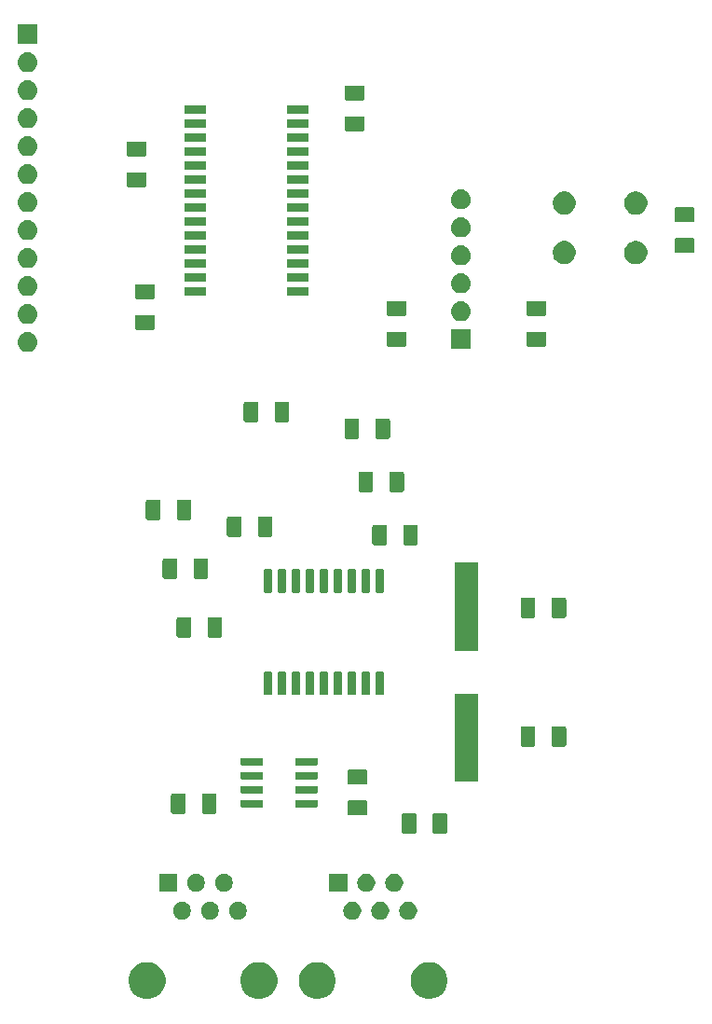
<source format=gbr>
G04 #@! TF.GenerationSoftware,KiCad,Pcbnew,(5.1.2)-2*
G04 #@! TF.CreationDate,2019-10-26T17:19:00+01:00*
G04 #@! TF.ProjectId,canbus_boiler_switch,63616e62-7573-45f6-926f-696c65725f73,rev?*
G04 #@! TF.SameCoordinates,Original*
G04 #@! TF.FileFunction,Soldermask,Top*
G04 #@! TF.FilePolarity,Negative*
%FSLAX46Y46*%
G04 Gerber Fmt 4.6, Leading zero omitted, Abs format (unit mm)*
G04 Created by KiCad (PCBNEW (5.1.2)-2) date 2019-10-26 17:19:00*
%MOMM*%
%LPD*%
G04 APERTURE LIST*
%ADD10C,0.100000*%
G04 APERTURE END LIST*
D10*
G36*
X88028871Y-207492408D02*
G01*
X88333883Y-207618748D01*
X88608387Y-207802166D01*
X88841834Y-208035613D01*
X89025252Y-208310117D01*
X89151592Y-208615129D01*
X89216000Y-208938928D01*
X89216000Y-209269072D01*
X89151592Y-209592871D01*
X89025252Y-209897883D01*
X88841834Y-210172387D01*
X88608387Y-210405834D01*
X88333883Y-210589252D01*
X88028871Y-210715592D01*
X87705073Y-210780000D01*
X87374927Y-210780000D01*
X87213029Y-210747796D01*
X87051129Y-210715592D01*
X86746117Y-210589252D01*
X86471613Y-210405834D01*
X86238166Y-210172387D01*
X86054748Y-209897883D01*
X85928408Y-209592871D01*
X85864000Y-209269072D01*
X85864000Y-208938928D01*
X85928408Y-208615129D01*
X86054748Y-208310117D01*
X86238166Y-208035613D01*
X86471613Y-207802166D01*
X86746117Y-207618748D01*
X87051129Y-207492408D01*
X87374927Y-207428000D01*
X87705073Y-207428000D01*
X88028871Y-207492408D01*
X88028871Y-207492408D01*
G37*
G36*
X77868871Y-207492408D02*
G01*
X78173883Y-207618748D01*
X78448387Y-207802166D01*
X78681834Y-208035613D01*
X78865252Y-208310117D01*
X78991592Y-208615129D01*
X79056000Y-208938928D01*
X79056000Y-209269072D01*
X78991592Y-209592871D01*
X78865252Y-209897883D01*
X78681834Y-210172387D01*
X78448387Y-210405834D01*
X78173883Y-210589252D01*
X77868871Y-210715592D01*
X77545073Y-210780000D01*
X77214927Y-210780000D01*
X77053029Y-210747796D01*
X76891129Y-210715592D01*
X76586117Y-210589252D01*
X76311613Y-210405834D01*
X76078166Y-210172387D01*
X75894748Y-209897883D01*
X75768408Y-209592871D01*
X75704000Y-209269072D01*
X75704000Y-208938928D01*
X75768408Y-208615129D01*
X75894748Y-208310117D01*
X76078166Y-208035613D01*
X76311613Y-207802166D01*
X76586117Y-207618748D01*
X76891129Y-207492408D01*
X77214927Y-207428000D01*
X77545073Y-207428000D01*
X77868871Y-207492408D01*
X77868871Y-207492408D01*
G37*
G36*
X72558871Y-207492408D02*
G01*
X72863883Y-207618748D01*
X73138387Y-207802166D01*
X73371834Y-208035613D01*
X73555252Y-208310117D01*
X73681592Y-208615129D01*
X73746000Y-208938928D01*
X73746000Y-209269072D01*
X73681592Y-209592871D01*
X73555252Y-209897883D01*
X73371834Y-210172387D01*
X73138387Y-210405834D01*
X72863883Y-210589252D01*
X72558871Y-210715592D01*
X72235073Y-210780000D01*
X71904927Y-210780000D01*
X71743029Y-210747796D01*
X71581129Y-210715592D01*
X71276117Y-210589252D01*
X71001613Y-210405834D01*
X70768166Y-210172387D01*
X70584748Y-209897883D01*
X70458408Y-209592871D01*
X70394000Y-209269072D01*
X70394000Y-208938928D01*
X70458408Y-208615129D01*
X70584748Y-208310117D01*
X70768166Y-208035613D01*
X71001613Y-207802166D01*
X71276117Y-207618748D01*
X71581129Y-207492408D01*
X71904927Y-207428000D01*
X72235073Y-207428000D01*
X72558871Y-207492408D01*
X72558871Y-207492408D01*
G37*
G36*
X62398871Y-207492408D02*
G01*
X62703883Y-207618748D01*
X62978387Y-207802166D01*
X63211834Y-208035613D01*
X63395252Y-208310117D01*
X63521592Y-208615129D01*
X63586000Y-208938928D01*
X63586000Y-209269072D01*
X63521592Y-209592871D01*
X63395252Y-209897883D01*
X63211834Y-210172387D01*
X62978387Y-210405834D01*
X62703883Y-210589252D01*
X62398871Y-210715592D01*
X62075073Y-210780000D01*
X61744927Y-210780000D01*
X61583029Y-210747796D01*
X61421129Y-210715592D01*
X61116117Y-210589252D01*
X60841613Y-210405834D01*
X60608166Y-210172387D01*
X60424748Y-209897883D01*
X60298408Y-209592871D01*
X60234000Y-209269072D01*
X60234000Y-208938928D01*
X60298408Y-208615129D01*
X60424748Y-208310117D01*
X60608166Y-208035613D01*
X60841613Y-207802166D01*
X61116117Y-207618748D01*
X61421129Y-207492408D01*
X61744927Y-207428000D01*
X62075073Y-207428000D01*
X62398871Y-207492408D01*
X62398871Y-207492408D01*
G37*
G36*
X70406560Y-201974166D02*
G01*
X70554153Y-202035301D01*
X70686982Y-202124055D01*
X70799945Y-202237018D01*
X70888699Y-202369847D01*
X70949834Y-202517440D01*
X70981000Y-202674123D01*
X70981000Y-202833877D01*
X70949834Y-202990560D01*
X70888699Y-203138153D01*
X70799945Y-203270982D01*
X70686982Y-203383945D01*
X70554153Y-203472699D01*
X70554152Y-203472700D01*
X70554151Y-203472700D01*
X70406560Y-203533834D01*
X70249878Y-203565000D01*
X70090122Y-203565000D01*
X69933440Y-203533834D01*
X69785849Y-203472700D01*
X69785848Y-203472700D01*
X69785847Y-203472699D01*
X69653018Y-203383945D01*
X69540055Y-203270982D01*
X69451301Y-203138153D01*
X69390166Y-202990560D01*
X69359000Y-202833877D01*
X69359000Y-202674123D01*
X69390166Y-202517440D01*
X69451301Y-202369847D01*
X69540055Y-202237018D01*
X69653018Y-202124055D01*
X69785847Y-202035301D01*
X69933440Y-201974166D01*
X70090122Y-201943000D01*
X70249878Y-201943000D01*
X70406560Y-201974166D01*
X70406560Y-201974166D01*
G37*
G36*
X65326560Y-201974166D02*
G01*
X65474153Y-202035301D01*
X65606982Y-202124055D01*
X65719945Y-202237018D01*
X65808699Y-202369847D01*
X65869834Y-202517440D01*
X65901000Y-202674123D01*
X65901000Y-202833877D01*
X65869834Y-202990560D01*
X65808699Y-203138153D01*
X65719945Y-203270982D01*
X65606982Y-203383945D01*
X65474153Y-203472699D01*
X65474152Y-203472700D01*
X65474151Y-203472700D01*
X65326560Y-203533834D01*
X65169878Y-203565000D01*
X65010122Y-203565000D01*
X64853440Y-203533834D01*
X64705849Y-203472700D01*
X64705848Y-203472700D01*
X64705847Y-203472699D01*
X64573018Y-203383945D01*
X64460055Y-203270982D01*
X64371301Y-203138153D01*
X64310166Y-202990560D01*
X64279000Y-202833877D01*
X64279000Y-202674123D01*
X64310166Y-202517440D01*
X64371301Y-202369847D01*
X64460055Y-202237018D01*
X64573018Y-202124055D01*
X64705847Y-202035301D01*
X64853440Y-201974166D01*
X65010122Y-201943000D01*
X65169878Y-201943000D01*
X65326560Y-201974166D01*
X65326560Y-201974166D01*
G37*
G36*
X67866560Y-201974166D02*
G01*
X68014153Y-202035301D01*
X68146982Y-202124055D01*
X68259945Y-202237018D01*
X68348699Y-202369847D01*
X68409834Y-202517440D01*
X68441000Y-202674123D01*
X68441000Y-202833877D01*
X68409834Y-202990560D01*
X68348699Y-203138153D01*
X68259945Y-203270982D01*
X68146982Y-203383945D01*
X68014153Y-203472699D01*
X68014152Y-203472700D01*
X68014151Y-203472700D01*
X67866560Y-203533834D01*
X67709878Y-203565000D01*
X67550122Y-203565000D01*
X67393440Y-203533834D01*
X67245849Y-203472700D01*
X67245848Y-203472700D01*
X67245847Y-203472699D01*
X67113018Y-203383945D01*
X67000055Y-203270982D01*
X66911301Y-203138153D01*
X66850166Y-202990560D01*
X66819000Y-202833877D01*
X66819000Y-202674123D01*
X66850166Y-202517440D01*
X66911301Y-202369847D01*
X67000055Y-202237018D01*
X67113018Y-202124055D01*
X67245847Y-202035301D01*
X67393440Y-201974166D01*
X67550122Y-201943000D01*
X67709878Y-201943000D01*
X67866560Y-201974166D01*
X67866560Y-201974166D01*
G37*
G36*
X80796560Y-201974166D02*
G01*
X80944153Y-202035301D01*
X81076982Y-202124055D01*
X81189945Y-202237018D01*
X81278699Y-202369847D01*
X81339834Y-202517440D01*
X81371000Y-202674123D01*
X81371000Y-202833877D01*
X81339834Y-202990560D01*
X81278699Y-203138153D01*
X81189945Y-203270982D01*
X81076982Y-203383945D01*
X80944153Y-203472699D01*
X80944152Y-203472700D01*
X80944151Y-203472700D01*
X80796560Y-203533834D01*
X80639878Y-203565000D01*
X80480122Y-203565000D01*
X80323440Y-203533834D01*
X80175849Y-203472700D01*
X80175848Y-203472700D01*
X80175847Y-203472699D01*
X80043018Y-203383945D01*
X79930055Y-203270982D01*
X79841301Y-203138153D01*
X79780166Y-202990560D01*
X79749000Y-202833877D01*
X79749000Y-202674123D01*
X79780166Y-202517440D01*
X79841301Y-202369847D01*
X79930055Y-202237018D01*
X80043018Y-202124055D01*
X80175847Y-202035301D01*
X80323440Y-201974166D01*
X80480122Y-201943000D01*
X80639878Y-201943000D01*
X80796560Y-201974166D01*
X80796560Y-201974166D01*
G37*
G36*
X85876560Y-201974166D02*
G01*
X86024153Y-202035301D01*
X86156982Y-202124055D01*
X86269945Y-202237018D01*
X86358699Y-202369847D01*
X86419834Y-202517440D01*
X86451000Y-202674123D01*
X86451000Y-202833877D01*
X86419834Y-202990560D01*
X86358699Y-203138153D01*
X86269945Y-203270982D01*
X86156982Y-203383945D01*
X86024153Y-203472699D01*
X86024152Y-203472700D01*
X86024151Y-203472700D01*
X85876560Y-203533834D01*
X85719878Y-203565000D01*
X85560122Y-203565000D01*
X85403440Y-203533834D01*
X85255849Y-203472700D01*
X85255848Y-203472700D01*
X85255847Y-203472699D01*
X85123018Y-203383945D01*
X85010055Y-203270982D01*
X84921301Y-203138153D01*
X84860166Y-202990560D01*
X84829000Y-202833877D01*
X84829000Y-202674123D01*
X84860166Y-202517440D01*
X84921301Y-202369847D01*
X85010055Y-202237018D01*
X85123018Y-202124055D01*
X85255847Y-202035301D01*
X85403440Y-201974166D01*
X85560122Y-201943000D01*
X85719878Y-201943000D01*
X85876560Y-201974166D01*
X85876560Y-201974166D01*
G37*
G36*
X83336560Y-201974166D02*
G01*
X83484153Y-202035301D01*
X83616982Y-202124055D01*
X83729945Y-202237018D01*
X83818699Y-202369847D01*
X83879834Y-202517440D01*
X83911000Y-202674123D01*
X83911000Y-202833877D01*
X83879834Y-202990560D01*
X83818699Y-203138153D01*
X83729945Y-203270982D01*
X83616982Y-203383945D01*
X83484153Y-203472699D01*
X83484152Y-203472700D01*
X83484151Y-203472700D01*
X83336560Y-203533834D01*
X83179878Y-203565000D01*
X83020122Y-203565000D01*
X82863440Y-203533834D01*
X82715849Y-203472700D01*
X82715848Y-203472700D01*
X82715847Y-203472699D01*
X82583018Y-203383945D01*
X82470055Y-203270982D01*
X82381301Y-203138153D01*
X82320166Y-202990560D01*
X82289000Y-202833877D01*
X82289000Y-202674123D01*
X82320166Y-202517440D01*
X82381301Y-202369847D01*
X82470055Y-202237018D01*
X82583018Y-202124055D01*
X82715847Y-202035301D01*
X82863440Y-201974166D01*
X83020122Y-201943000D01*
X83179878Y-201943000D01*
X83336560Y-201974166D01*
X83336560Y-201974166D01*
G37*
G36*
X64631000Y-201025000D02*
G01*
X63009000Y-201025000D01*
X63009000Y-199403000D01*
X64631000Y-199403000D01*
X64631000Y-201025000D01*
X64631000Y-201025000D01*
G37*
G36*
X66596560Y-199434166D02*
G01*
X66744153Y-199495301D01*
X66876982Y-199584055D01*
X66989945Y-199697018D01*
X67078699Y-199829847D01*
X67139834Y-199977440D01*
X67171000Y-200134123D01*
X67171000Y-200293877D01*
X67139834Y-200450560D01*
X67078699Y-200598153D01*
X66989945Y-200730982D01*
X66876982Y-200843945D01*
X66744153Y-200932699D01*
X66744152Y-200932700D01*
X66744151Y-200932700D01*
X66596560Y-200993834D01*
X66439878Y-201025000D01*
X66280122Y-201025000D01*
X66123440Y-200993834D01*
X65975849Y-200932700D01*
X65975848Y-200932700D01*
X65975847Y-200932699D01*
X65843018Y-200843945D01*
X65730055Y-200730982D01*
X65641301Y-200598153D01*
X65580166Y-200450560D01*
X65549000Y-200293877D01*
X65549000Y-200134123D01*
X65580166Y-199977440D01*
X65641301Y-199829847D01*
X65730055Y-199697018D01*
X65843018Y-199584055D01*
X65975847Y-199495301D01*
X66123440Y-199434166D01*
X66280122Y-199403000D01*
X66439878Y-199403000D01*
X66596560Y-199434166D01*
X66596560Y-199434166D01*
G37*
G36*
X69136560Y-199434166D02*
G01*
X69284153Y-199495301D01*
X69416982Y-199584055D01*
X69529945Y-199697018D01*
X69618699Y-199829847D01*
X69679834Y-199977440D01*
X69711000Y-200134123D01*
X69711000Y-200293877D01*
X69679834Y-200450560D01*
X69618699Y-200598153D01*
X69529945Y-200730982D01*
X69416982Y-200843945D01*
X69284153Y-200932699D01*
X69284152Y-200932700D01*
X69284151Y-200932700D01*
X69136560Y-200993834D01*
X68979878Y-201025000D01*
X68820122Y-201025000D01*
X68663440Y-200993834D01*
X68515849Y-200932700D01*
X68515848Y-200932700D01*
X68515847Y-200932699D01*
X68383018Y-200843945D01*
X68270055Y-200730982D01*
X68181301Y-200598153D01*
X68120166Y-200450560D01*
X68089000Y-200293877D01*
X68089000Y-200134123D01*
X68120166Y-199977440D01*
X68181301Y-199829847D01*
X68270055Y-199697018D01*
X68383018Y-199584055D01*
X68515847Y-199495301D01*
X68663440Y-199434166D01*
X68820122Y-199403000D01*
X68979878Y-199403000D01*
X69136560Y-199434166D01*
X69136560Y-199434166D01*
G37*
G36*
X80101000Y-201025000D02*
G01*
X78479000Y-201025000D01*
X78479000Y-199403000D01*
X80101000Y-199403000D01*
X80101000Y-201025000D01*
X80101000Y-201025000D01*
G37*
G36*
X82066560Y-199434166D02*
G01*
X82214153Y-199495301D01*
X82346982Y-199584055D01*
X82459945Y-199697018D01*
X82548699Y-199829847D01*
X82609834Y-199977440D01*
X82641000Y-200134123D01*
X82641000Y-200293877D01*
X82609834Y-200450560D01*
X82548699Y-200598153D01*
X82459945Y-200730982D01*
X82346982Y-200843945D01*
X82214153Y-200932699D01*
X82214152Y-200932700D01*
X82214151Y-200932700D01*
X82066560Y-200993834D01*
X81909878Y-201025000D01*
X81750122Y-201025000D01*
X81593440Y-200993834D01*
X81445849Y-200932700D01*
X81445848Y-200932700D01*
X81445847Y-200932699D01*
X81313018Y-200843945D01*
X81200055Y-200730982D01*
X81111301Y-200598153D01*
X81050166Y-200450560D01*
X81019000Y-200293877D01*
X81019000Y-200134123D01*
X81050166Y-199977440D01*
X81111301Y-199829847D01*
X81200055Y-199697018D01*
X81313018Y-199584055D01*
X81445847Y-199495301D01*
X81593440Y-199434166D01*
X81750122Y-199403000D01*
X81909878Y-199403000D01*
X82066560Y-199434166D01*
X82066560Y-199434166D01*
G37*
G36*
X84606560Y-199434166D02*
G01*
X84754153Y-199495301D01*
X84886982Y-199584055D01*
X84999945Y-199697018D01*
X85088699Y-199829847D01*
X85149834Y-199977440D01*
X85181000Y-200134123D01*
X85181000Y-200293877D01*
X85149834Y-200450560D01*
X85088699Y-200598153D01*
X84999945Y-200730982D01*
X84886982Y-200843945D01*
X84754153Y-200932699D01*
X84754152Y-200932700D01*
X84754151Y-200932700D01*
X84606560Y-200993834D01*
X84449878Y-201025000D01*
X84290122Y-201025000D01*
X84133440Y-200993834D01*
X83985849Y-200932700D01*
X83985848Y-200932700D01*
X83985847Y-200932699D01*
X83853018Y-200843945D01*
X83740055Y-200730982D01*
X83651301Y-200598153D01*
X83590166Y-200450560D01*
X83559000Y-200293877D01*
X83559000Y-200134123D01*
X83590166Y-199977440D01*
X83651301Y-199829847D01*
X83740055Y-199697018D01*
X83853018Y-199584055D01*
X83985847Y-199495301D01*
X84133440Y-199434166D01*
X84290122Y-199403000D01*
X84449878Y-199403000D01*
X84606560Y-199434166D01*
X84606560Y-199434166D01*
G37*
G36*
X89040604Y-193896347D02*
G01*
X89077144Y-193907432D01*
X89110821Y-193925433D01*
X89140341Y-193949659D01*
X89164567Y-193979179D01*
X89182568Y-194012856D01*
X89193653Y-194049396D01*
X89198000Y-194093538D01*
X89198000Y-195542462D01*
X89193653Y-195586604D01*
X89182568Y-195623144D01*
X89164567Y-195656821D01*
X89140341Y-195686341D01*
X89110821Y-195710567D01*
X89077144Y-195728568D01*
X89040604Y-195739653D01*
X88996462Y-195744000D01*
X88047538Y-195744000D01*
X88003396Y-195739653D01*
X87966856Y-195728568D01*
X87933179Y-195710567D01*
X87903659Y-195686341D01*
X87879433Y-195656821D01*
X87861432Y-195623144D01*
X87850347Y-195586604D01*
X87846000Y-195542462D01*
X87846000Y-194093538D01*
X87850347Y-194049396D01*
X87861432Y-194012856D01*
X87879433Y-193979179D01*
X87903659Y-193949659D01*
X87933179Y-193925433D01*
X87966856Y-193907432D01*
X88003396Y-193896347D01*
X88047538Y-193892000D01*
X88996462Y-193892000D01*
X89040604Y-193896347D01*
X89040604Y-193896347D01*
G37*
G36*
X86240604Y-193896347D02*
G01*
X86277144Y-193907432D01*
X86310821Y-193925433D01*
X86340341Y-193949659D01*
X86364567Y-193979179D01*
X86382568Y-194012856D01*
X86393653Y-194049396D01*
X86398000Y-194093538D01*
X86398000Y-195542462D01*
X86393653Y-195586604D01*
X86382568Y-195623144D01*
X86364567Y-195656821D01*
X86340341Y-195686341D01*
X86310821Y-195710567D01*
X86277144Y-195728568D01*
X86240604Y-195739653D01*
X86196462Y-195744000D01*
X85247538Y-195744000D01*
X85203396Y-195739653D01*
X85166856Y-195728568D01*
X85133179Y-195710567D01*
X85103659Y-195686341D01*
X85079433Y-195656821D01*
X85061432Y-195623144D01*
X85050347Y-195586604D01*
X85046000Y-195542462D01*
X85046000Y-194093538D01*
X85050347Y-194049396D01*
X85061432Y-194012856D01*
X85079433Y-193979179D01*
X85103659Y-193949659D01*
X85133179Y-193925433D01*
X85166856Y-193907432D01*
X85203396Y-193896347D01*
X85247538Y-193892000D01*
X86196462Y-193892000D01*
X86240604Y-193896347D01*
X86240604Y-193896347D01*
G37*
G36*
X81794604Y-192752347D02*
G01*
X81831144Y-192763432D01*
X81864821Y-192781433D01*
X81894341Y-192805659D01*
X81918567Y-192835179D01*
X81936568Y-192868856D01*
X81947653Y-192905396D01*
X81952000Y-192949538D01*
X81952000Y-193898462D01*
X81947653Y-193942604D01*
X81936568Y-193979144D01*
X81918567Y-194012821D01*
X81894341Y-194042341D01*
X81864821Y-194066567D01*
X81831144Y-194084568D01*
X81794604Y-194095653D01*
X81750462Y-194100000D01*
X80301538Y-194100000D01*
X80257396Y-194095653D01*
X80220856Y-194084568D01*
X80187179Y-194066567D01*
X80157659Y-194042341D01*
X80133433Y-194012821D01*
X80115432Y-193979144D01*
X80104347Y-193942604D01*
X80100000Y-193898462D01*
X80100000Y-192949538D01*
X80104347Y-192905396D01*
X80115432Y-192868856D01*
X80133433Y-192835179D01*
X80157659Y-192805659D01*
X80187179Y-192781433D01*
X80220856Y-192763432D01*
X80257396Y-192752347D01*
X80301538Y-192748000D01*
X81750462Y-192748000D01*
X81794604Y-192752347D01*
X81794604Y-192752347D01*
G37*
G36*
X68082604Y-192118347D02*
G01*
X68119144Y-192129432D01*
X68152821Y-192147433D01*
X68182341Y-192171659D01*
X68206567Y-192201179D01*
X68224568Y-192234856D01*
X68235653Y-192271396D01*
X68240000Y-192315538D01*
X68240000Y-193764462D01*
X68235653Y-193808604D01*
X68224568Y-193845144D01*
X68206567Y-193878821D01*
X68182341Y-193908341D01*
X68152821Y-193932567D01*
X68119144Y-193950568D01*
X68082604Y-193961653D01*
X68038462Y-193966000D01*
X67089538Y-193966000D01*
X67045396Y-193961653D01*
X67008856Y-193950568D01*
X66975179Y-193932567D01*
X66945659Y-193908341D01*
X66921433Y-193878821D01*
X66903432Y-193845144D01*
X66892347Y-193808604D01*
X66888000Y-193764462D01*
X66888000Y-192315538D01*
X66892347Y-192271396D01*
X66903432Y-192234856D01*
X66921433Y-192201179D01*
X66945659Y-192171659D01*
X66975179Y-192147433D01*
X67008856Y-192129432D01*
X67045396Y-192118347D01*
X67089538Y-192114000D01*
X68038462Y-192114000D01*
X68082604Y-192118347D01*
X68082604Y-192118347D01*
G37*
G36*
X65282604Y-192118347D02*
G01*
X65319144Y-192129432D01*
X65352821Y-192147433D01*
X65382341Y-192171659D01*
X65406567Y-192201179D01*
X65424568Y-192234856D01*
X65435653Y-192271396D01*
X65440000Y-192315538D01*
X65440000Y-193764462D01*
X65435653Y-193808604D01*
X65424568Y-193845144D01*
X65406567Y-193878821D01*
X65382341Y-193908341D01*
X65352821Y-193932567D01*
X65319144Y-193950568D01*
X65282604Y-193961653D01*
X65238462Y-193966000D01*
X64289538Y-193966000D01*
X64245396Y-193961653D01*
X64208856Y-193950568D01*
X64175179Y-193932567D01*
X64145659Y-193908341D01*
X64121433Y-193878821D01*
X64103432Y-193845144D01*
X64092347Y-193808604D01*
X64088000Y-193764462D01*
X64088000Y-192315538D01*
X64092347Y-192271396D01*
X64103432Y-192234856D01*
X64121433Y-192201179D01*
X64145659Y-192171659D01*
X64175179Y-192147433D01*
X64208856Y-192129432D01*
X64245396Y-192118347D01*
X64289538Y-192114000D01*
X65238462Y-192114000D01*
X65282604Y-192118347D01*
X65282604Y-192118347D01*
G37*
G36*
X72373928Y-192691764D02*
G01*
X72395009Y-192698160D01*
X72414445Y-192708548D01*
X72431476Y-192722524D01*
X72445452Y-192739555D01*
X72455840Y-192758991D01*
X72462236Y-192780072D01*
X72465000Y-192808140D01*
X72465000Y-193271860D01*
X72462236Y-193299928D01*
X72455840Y-193321009D01*
X72445452Y-193340445D01*
X72431476Y-193357476D01*
X72414445Y-193371452D01*
X72395009Y-193381840D01*
X72373928Y-193388236D01*
X72345860Y-193391000D01*
X70532140Y-193391000D01*
X70504072Y-193388236D01*
X70482991Y-193381840D01*
X70463555Y-193371452D01*
X70446524Y-193357476D01*
X70432548Y-193340445D01*
X70422160Y-193321009D01*
X70415764Y-193299928D01*
X70413000Y-193271860D01*
X70413000Y-192808140D01*
X70415764Y-192780072D01*
X70422160Y-192758991D01*
X70432548Y-192739555D01*
X70446524Y-192722524D01*
X70463555Y-192708548D01*
X70482991Y-192698160D01*
X70504072Y-192691764D01*
X70532140Y-192689000D01*
X72345860Y-192689000D01*
X72373928Y-192691764D01*
X72373928Y-192691764D01*
G37*
G36*
X77323928Y-192691764D02*
G01*
X77345009Y-192698160D01*
X77364445Y-192708548D01*
X77381476Y-192722524D01*
X77395452Y-192739555D01*
X77405840Y-192758991D01*
X77412236Y-192780072D01*
X77415000Y-192808140D01*
X77415000Y-193271860D01*
X77412236Y-193299928D01*
X77405840Y-193321009D01*
X77395452Y-193340445D01*
X77381476Y-193357476D01*
X77364445Y-193371452D01*
X77345009Y-193381840D01*
X77323928Y-193388236D01*
X77295860Y-193391000D01*
X75482140Y-193391000D01*
X75454072Y-193388236D01*
X75432991Y-193381840D01*
X75413555Y-193371452D01*
X75396524Y-193357476D01*
X75382548Y-193340445D01*
X75372160Y-193321009D01*
X75365764Y-193299928D01*
X75363000Y-193271860D01*
X75363000Y-192808140D01*
X75365764Y-192780072D01*
X75372160Y-192758991D01*
X75382548Y-192739555D01*
X75396524Y-192722524D01*
X75413555Y-192708548D01*
X75432991Y-192698160D01*
X75454072Y-192691764D01*
X75482140Y-192689000D01*
X77295860Y-192689000D01*
X77323928Y-192691764D01*
X77323928Y-192691764D01*
G37*
G36*
X72373928Y-191421764D02*
G01*
X72395009Y-191428160D01*
X72414445Y-191438548D01*
X72431476Y-191452524D01*
X72445452Y-191469555D01*
X72455840Y-191488991D01*
X72462236Y-191510072D01*
X72465000Y-191538140D01*
X72465000Y-192001860D01*
X72462236Y-192029928D01*
X72455840Y-192051009D01*
X72445452Y-192070445D01*
X72431476Y-192087476D01*
X72414445Y-192101452D01*
X72395009Y-192111840D01*
X72373928Y-192118236D01*
X72345860Y-192121000D01*
X70532140Y-192121000D01*
X70504072Y-192118236D01*
X70482991Y-192111840D01*
X70463555Y-192101452D01*
X70446524Y-192087476D01*
X70432548Y-192070445D01*
X70422160Y-192051009D01*
X70415764Y-192029928D01*
X70413000Y-192001860D01*
X70413000Y-191538140D01*
X70415764Y-191510072D01*
X70422160Y-191488991D01*
X70432548Y-191469555D01*
X70446524Y-191452524D01*
X70463555Y-191438548D01*
X70482991Y-191428160D01*
X70504072Y-191421764D01*
X70532140Y-191419000D01*
X72345860Y-191419000D01*
X72373928Y-191421764D01*
X72373928Y-191421764D01*
G37*
G36*
X77323928Y-191421764D02*
G01*
X77345009Y-191428160D01*
X77364445Y-191438548D01*
X77381476Y-191452524D01*
X77395452Y-191469555D01*
X77405840Y-191488991D01*
X77412236Y-191510072D01*
X77415000Y-191538140D01*
X77415000Y-192001860D01*
X77412236Y-192029928D01*
X77405840Y-192051009D01*
X77395452Y-192070445D01*
X77381476Y-192087476D01*
X77364445Y-192101452D01*
X77345009Y-192111840D01*
X77323928Y-192118236D01*
X77295860Y-192121000D01*
X75482140Y-192121000D01*
X75454072Y-192118236D01*
X75432991Y-192111840D01*
X75413555Y-192101452D01*
X75396524Y-192087476D01*
X75382548Y-192070445D01*
X75372160Y-192051009D01*
X75365764Y-192029928D01*
X75363000Y-192001860D01*
X75363000Y-191538140D01*
X75365764Y-191510072D01*
X75372160Y-191488991D01*
X75382548Y-191469555D01*
X75396524Y-191452524D01*
X75413555Y-191438548D01*
X75432991Y-191428160D01*
X75454072Y-191421764D01*
X75482140Y-191419000D01*
X77295860Y-191419000D01*
X77323928Y-191421764D01*
X77323928Y-191421764D01*
G37*
G36*
X81794604Y-189952347D02*
G01*
X81831144Y-189963432D01*
X81864821Y-189981433D01*
X81894341Y-190005659D01*
X81918567Y-190035179D01*
X81936568Y-190068856D01*
X81947653Y-190105396D01*
X81952000Y-190149538D01*
X81952000Y-191098462D01*
X81947653Y-191142604D01*
X81936568Y-191179144D01*
X81918567Y-191212821D01*
X81894341Y-191242341D01*
X81864821Y-191266567D01*
X81831144Y-191284568D01*
X81794604Y-191295653D01*
X81750462Y-191300000D01*
X80301538Y-191300000D01*
X80257396Y-191295653D01*
X80220856Y-191284568D01*
X80187179Y-191266567D01*
X80157659Y-191242341D01*
X80133433Y-191212821D01*
X80115432Y-191179144D01*
X80104347Y-191142604D01*
X80100000Y-191098462D01*
X80100000Y-190149538D01*
X80104347Y-190105396D01*
X80115432Y-190068856D01*
X80133433Y-190035179D01*
X80157659Y-190005659D01*
X80187179Y-189981433D01*
X80220856Y-189963432D01*
X80257396Y-189952347D01*
X80301538Y-189948000D01*
X81750462Y-189948000D01*
X81794604Y-189952347D01*
X81794604Y-189952347D01*
G37*
G36*
X91983000Y-191028000D02*
G01*
X89881000Y-191028000D01*
X89881000Y-183051000D01*
X91983000Y-183051000D01*
X91983000Y-191028000D01*
X91983000Y-191028000D01*
G37*
G36*
X72373928Y-190151764D02*
G01*
X72395009Y-190158160D01*
X72414445Y-190168548D01*
X72431476Y-190182524D01*
X72445452Y-190199555D01*
X72455840Y-190218991D01*
X72462236Y-190240072D01*
X72465000Y-190268140D01*
X72465000Y-190731860D01*
X72462236Y-190759928D01*
X72455840Y-190781009D01*
X72445452Y-190800445D01*
X72431476Y-190817476D01*
X72414445Y-190831452D01*
X72395009Y-190841840D01*
X72373928Y-190848236D01*
X72345860Y-190851000D01*
X70532140Y-190851000D01*
X70504072Y-190848236D01*
X70482991Y-190841840D01*
X70463555Y-190831452D01*
X70446524Y-190817476D01*
X70432548Y-190800445D01*
X70422160Y-190781009D01*
X70415764Y-190759928D01*
X70413000Y-190731860D01*
X70413000Y-190268140D01*
X70415764Y-190240072D01*
X70422160Y-190218991D01*
X70432548Y-190199555D01*
X70446524Y-190182524D01*
X70463555Y-190168548D01*
X70482991Y-190158160D01*
X70504072Y-190151764D01*
X70532140Y-190149000D01*
X72345860Y-190149000D01*
X72373928Y-190151764D01*
X72373928Y-190151764D01*
G37*
G36*
X77323928Y-190151764D02*
G01*
X77345009Y-190158160D01*
X77364445Y-190168548D01*
X77381476Y-190182524D01*
X77395452Y-190199555D01*
X77405840Y-190218991D01*
X77412236Y-190240072D01*
X77415000Y-190268140D01*
X77415000Y-190731860D01*
X77412236Y-190759928D01*
X77405840Y-190781009D01*
X77395452Y-190800445D01*
X77381476Y-190817476D01*
X77364445Y-190831452D01*
X77345009Y-190841840D01*
X77323928Y-190848236D01*
X77295860Y-190851000D01*
X75482140Y-190851000D01*
X75454072Y-190848236D01*
X75432991Y-190841840D01*
X75413555Y-190831452D01*
X75396524Y-190817476D01*
X75382548Y-190800445D01*
X75372160Y-190781009D01*
X75365764Y-190759928D01*
X75363000Y-190731860D01*
X75363000Y-190268140D01*
X75365764Y-190240072D01*
X75372160Y-190218991D01*
X75382548Y-190199555D01*
X75396524Y-190182524D01*
X75413555Y-190168548D01*
X75432991Y-190158160D01*
X75454072Y-190151764D01*
X75482140Y-190149000D01*
X77295860Y-190149000D01*
X77323928Y-190151764D01*
X77323928Y-190151764D01*
G37*
G36*
X77323928Y-188881764D02*
G01*
X77345009Y-188888160D01*
X77364445Y-188898548D01*
X77381476Y-188912524D01*
X77395452Y-188929555D01*
X77405840Y-188948991D01*
X77412236Y-188970072D01*
X77415000Y-188998140D01*
X77415000Y-189461860D01*
X77412236Y-189489928D01*
X77405840Y-189511009D01*
X77395452Y-189530445D01*
X77381476Y-189547476D01*
X77364445Y-189561452D01*
X77345009Y-189571840D01*
X77323928Y-189578236D01*
X77295860Y-189581000D01*
X75482140Y-189581000D01*
X75454072Y-189578236D01*
X75432991Y-189571840D01*
X75413555Y-189561452D01*
X75396524Y-189547476D01*
X75382548Y-189530445D01*
X75372160Y-189511009D01*
X75365764Y-189489928D01*
X75363000Y-189461860D01*
X75363000Y-188998140D01*
X75365764Y-188970072D01*
X75372160Y-188948991D01*
X75382548Y-188929555D01*
X75396524Y-188912524D01*
X75413555Y-188898548D01*
X75432991Y-188888160D01*
X75454072Y-188881764D01*
X75482140Y-188879000D01*
X77295860Y-188879000D01*
X77323928Y-188881764D01*
X77323928Y-188881764D01*
G37*
G36*
X72373928Y-188881764D02*
G01*
X72395009Y-188888160D01*
X72414445Y-188898548D01*
X72431476Y-188912524D01*
X72445452Y-188929555D01*
X72455840Y-188948991D01*
X72462236Y-188970072D01*
X72465000Y-188998140D01*
X72465000Y-189461860D01*
X72462236Y-189489928D01*
X72455840Y-189511009D01*
X72445452Y-189530445D01*
X72431476Y-189547476D01*
X72414445Y-189561452D01*
X72395009Y-189571840D01*
X72373928Y-189578236D01*
X72345860Y-189581000D01*
X70532140Y-189581000D01*
X70504072Y-189578236D01*
X70482991Y-189571840D01*
X70463555Y-189561452D01*
X70446524Y-189547476D01*
X70432548Y-189530445D01*
X70422160Y-189511009D01*
X70415764Y-189489928D01*
X70413000Y-189461860D01*
X70413000Y-188998140D01*
X70415764Y-188970072D01*
X70422160Y-188948991D01*
X70432548Y-188929555D01*
X70446524Y-188912524D01*
X70463555Y-188898548D01*
X70482991Y-188888160D01*
X70504072Y-188881764D01*
X70532140Y-188879000D01*
X72345860Y-188879000D01*
X72373928Y-188881764D01*
X72373928Y-188881764D01*
G37*
G36*
X97038604Y-186022347D02*
G01*
X97075144Y-186033432D01*
X97108821Y-186051433D01*
X97138341Y-186075659D01*
X97162567Y-186105179D01*
X97180568Y-186138856D01*
X97191653Y-186175396D01*
X97196000Y-186219538D01*
X97196000Y-187668462D01*
X97191653Y-187712604D01*
X97180568Y-187749144D01*
X97162567Y-187782821D01*
X97138341Y-187812341D01*
X97108821Y-187836567D01*
X97075144Y-187854568D01*
X97038604Y-187865653D01*
X96994462Y-187870000D01*
X96045538Y-187870000D01*
X96001396Y-187865653D01*
X95964856Y-187854568D01*
X95931179Y-187836567D01*
X95901659Y-187812341D01*
X95877433Y-187782821D01*
X95859432Y-187749144D01*
X95848347Y-187712604D01*
X95844000Y-187668462D01*
X95844000Y-186219538D01*
X95848347Y-186175396D01*
X95859432Y-186138856D01*
X95877433Y-186105179D01*
X95901659Y-186075659D01*
X95931179Y-186051433D01*
X95964856Y-186033432D01*
X96001396Y-186022347D01*
X96045538Y-186018000D01*
X96994462Y-186018000D01*
X97038604Y-186022347D01*
X97038604Y-186022347D01*
G37*
G36*
X99838604Y-186022347D02*
G01*
X99875144Y-186033432D01*
X99908821Y-186051433D01*
X99938341Y-186075659D01*
X99962567Y-186105179D01*
X99980568Y-186138856D01*
X99991653Y-186175396D01*
X99996000Y-186219538D01*
X99996000Y-187668462D01*
X99991653Y-187712604D01*
X99980568Y-187749144D01*
X99962567Y-187782821D01*
X99938341Y-187812341D01*
X99908821Y-187836567D01*
X99875144Y-187854568D01*
X99838604Y-187865653D01*
X99794462Y-187870000D01*
X98845538Y-187870000D01*
X98801396Y-187865653D01*
X98764856Y-187854568D01*
X98731179Y-187836567D01*
X98701659Y-187812341D01*
X98677433Y-187782821D01*
X98659432Y-187749144D01*
X98648347Y-187712604D01*
X98644000Y-187668462D01*
X98644000Y-186219538D01*
X98648347Y-186175396D01*
X98659432Y-186138856D01*
X98677433Y-186105179D01*
X98701659Y-186075659D01*
X98731179Y-186051433D01*
X98764856Y-186033432D01*
X98801396Y-186022347D01*
X98845538Y-186018000D01*
X99794462Y-186018000D01*
X99838604Y-186022347D01*
X99838604Y-186022347D01*
G37*
G36*
X82047928Y-181044764D02*
G01*
X82069009Y-181051160D01*
X82088445Y-181061548D01*
X82105476Y-181075524D01*
X82119452Y-181092555D01*
X82129840Y-181111991D01*
X82136236Y-181133072D01*
X82139000Y-181161140D01*
X82139000Y-183074860D01*
X82136236Y-183102928D01*
X82129840Y-183124009D01*
X82119452Y-183143445D01*
X82105476Y-183160476D01*
X82088445Y-183174452D01*
X82069009Y-183184840D01*
X82047928Y-183191236D01*
X82019860Y-183194000D01*
X81556140Y-183194000D01*
X81528072Y-183191236D01*
X81506991Y-183184840D01*
X81487555Y-183174452D01*
X81470524Y-183160476D01*
X81456548Y-183143445D01*
X81446160Y-183124009D01*
X81439764Y-183102928D01*
X81437000Y-183074860D01*
X81437000Y-181161140D01*
X81439764Y-181133072D01*
X81446160Y-181111991D01*
X81456548Y-181092555D01*
X81470524Y-181075524D01*
X81487555Y-181061548D01*
X81506991Y-181051160D01*
X81528072Y-181044764D01*
X81556140Y-181042000D01*
X82019860Y-181042000D01*
X82047928Y-181044764D01*
X82047928Y-181044764D01*
G37*
G36*
X83317928Y-181044764D02*
G01*
X83339009Y-181051160D01*
X83358445Y-181061548D01*
X83375476Y-181075524D01*
X83389452Y-181092555D01*
X83399840Y-181111991D01*
X83406236Y-181133072D01*
X83409000Y-181161140D01*
X83409000Y-183074860D01*
X83406236Y-183102928D01*
X83399840Y-183124009D01*
X83389452Y-183143445D01*
X83375476Y-183160476D01*
X83358445Y-183174452D01*
X83339009Y-183184840D01*
X83317928Y-183191236D01*
X83289860Y-183194000D01*
X82826140Y-183194000D01*
X82798072Y-183191236D01*
X82776991Y-183184840D01*
X82757555Y-183174452D01*
X82740524Y-183160476D01*
X82726548Y-183143445D01*
X82716160Y-183124009D01*
X82709764Y-183102928D01*
X82707000Y-183074860D01*
X82707000Y-181161140D01*
X82709764Y-181133072D01*
X82716160Y-181111991D01*
X82726548Y-181092555D01*
X82740524Y-181075524D01*
X82757555Y-181061548D01*
X82776991Y-181051160D01*
X82798072Y-181044764D01*
X82826140Y-181042000D01*
X83289860Y-181042000D01*
X83317928Y-181044764D01*
X83317928Y-181044764D01*
G37*
G36*
X75697928Y-181044764D02*
G01*
X75719009Y-181051160D01*
X75738445Y-181061548D01*
X75755476Y-181075524D01*
X75769452Y-181092555D01*
X75779840Y-181111991D01*
X75786236Y-181133072D01*
X75789000Y-181161140D01*
X75789000Y-183074860D01*
X75786236Y-183102928D01*
X75779840Y-183124009D01*
X75769452Y-183143445D01*
X75755476Y-183160476D01*
X75738445Y-183174452D01*
X75719009Y-183184840D01*
X75697928Y-183191236D01*
X75669860Y-183194000D01*
X75206140Y-183194000D01*
X75178072Y-183191236D01*
X75156991Y-183184840D01*
X75137555Y-183174452D01*
X75120524Y-183160476D01*
X75106548Y-183143445D01*
X75096160Y-183124009D01*
X75089764Y-183102928D01*
X75087000Y-183074860D01*
X75087000Y-181161140D01*
X75089764Y-181133072D01*
X75096160Y-181111991D01*
X75106548Y-181092555D01*
X75120524Y-181075524D01*
X75137555Y-181061548D01*
X75156991Y-181051160D01*
X75178072Y-181044764D01*
X75206140Y-181042000D01*
X75669860Y-181042000D01*
X75697928Y-181044764D01*
X75697928Y-181044764D01*
G37*
G36*
X79507928Y-181044764D02*
G01*
X79529009Y-181051160D01*
X79548445Y-181061548D01*
X79565476Y-181075524D01*
X79579452Y-181092555D01*
X79589840Y-181111991D01*
X79596236Y-181133072D01*
X79599000Y-181161140D01*
X79599000Y-183074860D01*
X79596236Y-183102928D01*
X79589840Y-183124009D01*
X79579452Y-183143445D01*
X79565476Y-183160476D01*
X79548445Y-183174452D01*
X79529009Y-183184840D01*
X79507928Y-183191236D01*
X79479860Y-183194000D01*
X79016140Y-183194000D01*
X78988072Y-183191236D01*
X78966991Y-183184840D01*
X78947555Y-183174452D01*
X78930524Y-183160476D01*
X78916548Y-183143445D01*
X78906160Y-183124009D01*
X78899764Y-183102928D01*
X78897000Y-183074860D01*
X78897000Y-181161140D01*
X78899764Y-181133072D01*
X78906160Y-181111991D01*
X78916548Y-181092555D01*
X78930524Y-181075524D01*
X78947555Y-181061548D01*
X78966991Y-181051160D01*
X78988072Y-181044764D01*
X79016140Y-181042000D01*
X79479860Y-181042000D01*
X79507928Y-181044764D01*
X79507928Y-181044764D01*
G37*
G36*
X78237928Y-181044764D02*
G01*
X78259009Y-181051160D01*
X78278445Y-181061548D01*
X78295476Y-181075524D01*
X78309452Y-181092555D01*
X78319840Y-181111991D01*
X78326236Y-181133072D01*
X78329000Y-181161140D01*
X78329000Y-183074860D01*
X78326236Y-183102928D01*
X78319840Y-183124009D01*
X78309452Y-183143445D01*
X78295476Y-183160476D01*
X78278445Y-183174452D01*
X78259009Y-183184840D01*
X78237928Y-183191236D01*
X78209860Y-183194000D01*
X77746140Y-183194000D01*
X77718072Y-183191236D01*
X77696991Y-183184840D01*
X77677555Y-183174452D01*
X77660524Y-183160476D01*
X77646548Y-183143445D01*
X77636160Y-183124009D01*
X77629764Y-183102928D01*
X77627000Y-183074860D01*
X77627000Y-181161140D01*
X77629764Y-181133072D01*
X77636160Y-181111991D01*
X77646548Y-181092555D01*
X77660524Y-181075524D01*
X77677555Y-181061548D01*
X77696991Y-181051160D01*
X77718072Y-181044764D01*
X77746140Y-181042000D01*
X78209860Y-181042000D01*
X78237928Y-181044764D01*
X78237928Y-181044764D01*
G37*
G36*
X74427928Y-181044764D02*
G01*
X74449009Y-181051160D01*
X74468445Y-181061548D01*
X74485476Y-181075524D01*
X74499452Y-181092555D01*
X74509840Y-181111991D01*
X74516236Y-181133072D01*
X74519000Y-181161140D01*
X74519000Y-183074860D01*
X74516236Y-183102928D01*
X74509840Y-183124009D01*
X74499452Y-183143445D01*
X74485476Y-183160476D01*
X74468445Y-183174452D01*
X74449009Y-183184840D01*
X74427928Y-183191236D01*
X74399860Y-183194000D01*
X73936140Y-183194000D01*
X73908072Y-183191236D01*
X73886991Y-183184840D01*
X73867555Y-183174452D01*
X73850524Y-183160476D01*
X73836548Y-183143445D01*
X73826160Y-183124009D01*
X73819764Y-183102928D01*
X73817000Y-183074860D01*
X73817000Y-181161140D01*
X73819764Y-181133072D01*
X73826160Y-181111991D01*
X73836548Y-181092555D01*
X73850524Y-181075524D01*
X73867555Y-181061548D01*
X73886991Y-181051160D01*
X73908072Y-181044764D01*
X73936140Y-181042000D01*
X74399860Y-181042000D01*
X74427928Y-181044764D01*
X74427928Y-181044764D01*
G37*
G36*
X73157928Y-181044764D02*
G01*
X73179009Y-181051160D01*
X73198445Y-181061548D01*
X73215476Y-181075524D01*
X73229452Y-181092555D01*
X73239840Y-181111991D01*
X73246236Y-181133072D01*
X73249000Y-181161140D01*
X73249000Y-183074860D01*
X73246236Y-183102928D01*
X73239840Y-183124009D01*
X73229452Y-183143445D01*
X73215476Y-183160476D01*
X73198445Y-183174452D01*
X73179009Y-183184840D01*
X73157928Y-183191236D01*
X73129860Y-183194000D01*
X72666140Y-183194000D01*
X72638072Y-183191236D01*
X72616991Y-183184840D01*
X72597555Y-183174452D01*
X72580524Y-183160476D01*
X72566548Y-183143445D01*
X72556160Y-183124009D01*
X72549764Y-183102928D01*
X72547000Y-183074860D01*
X72547000Y-181161140D01*
X72549764Y-181133072D01*
X72556160Y-181111991D01*
X72566548Y-181092555D01*
X72580524Y-181075524D01*
X72597555Y-181061548D01*
X72616991Y-181051160D01*
X72638072Y-181044764D01*
X72666140Y-181042000D01*
X73129860Y-181042000D01*
X73157928Y-181044764D01*
X73157928Y-181044764D01*
G37*
G36*
X76967928Y-181044764D02*
G01*
X76989009Y-181051160D01*
X77008445Y-181061548D01*
X77025476Y-181075524D01*
X77039452Y-181092555D01*
X77049840Y-181111991D01*
X77056236Y-181133072D01*
X77059000Y-181161140D01*
X77059000Y-183074860D01*
X77056236Y-183102928D01*
X77049840Y-183124009D01*
X77039452Y-183143445D01*
X77025476Y-183160476D01*
X77008445Y-183174452D01*
X76989009Y-183184840D01*
X76967928Y-183191236D01*
X76939860Y-183194000D01*
X76476140Y-183194000D01*
X76448072Y-183191236D01*
X76426991Y-183184840D01*
X76407555Y-183174452D01*
X76390524Y-183160476D01*
X76376548Y-183143445D01*
X76366160Y-183124009D01*
X76359764Y-183102928D01*
X76357000Y-183074860D01*
X76357000Y-181161140D01*
X76359764Y-181133072D01*
X76366160Y-181111991D01*
X76376548Y-181092555D01*
X76390524Y-181075524D01*
X76407555Y-181061548D01*
X76426991Y-181051160D01*
X76448072Y-181044764D01*
X76476140Y-181042000D01*
X76939860Y-181042000D01*
X76967928Y-181044764D01*
X76967928Y-181044764D01*
G37*
G36*
X80777928Y-181044764D02*
G01*
X80799009Y-181051160D01*
X80818445Y-181061548D01*
X80835476Y-181075524D01*
X80849452Y-181092555D01*
X80859840Y-181111991D01*
X80866236Y-181133072D01*
X80869000Y-181161140D01*
X80869000Y-183074860D01*
X80866236Y-183102928D01*
X80859840Y-183124009D01*
X80849452Y-183143445D01*
X80835476Y-183160476D01*
X80818445Y-183174452D01*
X80799009Y-183184840D01*
X80777928Y-183191236D01*
X80749860Y-183194000D01*
X80286140Y-183194000D01*
X80258072Y-183191236D01*
X80236991Y-183184840D01*
X80217555Y-183174452D01*
X80200524Y-183160476D01*
X80186548Y-183143445D01*
X80176160Y-183124009D01*
X80169764Y-183102928D01*
X80167000Y-183074860D01*
X80167000Y-181161140D01*
X80169764Y-181133072D01*
X80176160Y-181111991D01*
X80186548Y-181092555D01*
X80200524Y-181075524D01*
X80217555Y-181061548D01*
X80236991Y-181051160D01*
X80258072Y-181044764D01*
X80286140Y-181042000D01*
X80749860Y-181042000D01*
X80777928Y-181044764D01*
X80777928Y-181044764D01*
G37*
G36*
X91983000Y-179153000D02*
G01*
X89881000Y-179153000D01*
X89881000Y-171176000D01*
X91983000Y-171176000D01*
X91983000Y-179153000D01*
X91983000Y-179153000D01*
G37*
G36*
X68590604Y-176116347D02*
G01*
X68627144Y-176127432D01*
X68660821Y-176145433D01*
X68690341Y-176169659D01*
X68714567Y-176199179D01*
X68732568Y-176232856D01*
X68743653Y-176269396D01*
X68748000Y-176313538D01*
X68748000Y-177762462D01*
X68743653Y-177806604D01*
X68732568Y-177843144D01*
X68714567Y-177876821D01*
X68690341Y-177906341D01*
X68660821Y-177930567D01*
X68627144Y-177948568D01*
X68590604Y-177959653D01*
X68546462Y-177964000D01*
X67597538Y-177964000D01*
X67553396Y-177959653D01*
X67516856Y-177948568D01*
X67483179Y-177930567D01*
X67453659Y-177906341D01*
X67429433Y-177876821D01*
X67411432Y-177843144D01*
X67400347Y-177806604D01*
X67396000Y-177762462D01*
X67396000Y-176313538D01*
X67400347Y-176269396D01*
X67411432Y-176232856D01*
X67429433Y-176199179D01*
X67453659Y-176169659D01*
X67483179Y-176145433D01*
X67516856Y-176127432D01*
X67553396Y-176116347D01*
X67597538Y-176112000D01*
X68546462Y-176112000D01*
X68590604Y-176116347D01*
X68590604Y-176116347D01*
G37*
G36*
X65790604Y-176116347D02*
G01*
X65827144Y-176127432D01*
X65860821Y-176145433D01*
X65890341Y-176169659D01*
X65914567Y-176199179D01*
X65932568Y-176232856D01*
X65943653Y-176269396D01*
X65948000Y-176313538D01*
X65948000Y-177762462D01*
X65943653Y-177806604D01*
X65932568Y-177843144D01*
X65914567Y-177876821D01*
X65890341Y-177906341D01*
X65860821Y-177930567D01*
X65827144Y-177948568D01*
X65790604Y-177959653D01*
X65746462Y-177964000D01*
X64797538Y-177964000D01*
X64753396Y-177959653D01*
X64716856Y-177948568D01*
X64683179Y-177930567D01*
X64653659Y-177906341D01*
X64629433Y-177876821D01*
X64611432Y-177843144D01*
X64600347Y-177806604D01*
X64596000Y-177762462D01*
X64596000Y-176313538D01*
X64600347Y-176269396D01*
X64611432Y-176232856D01*
X64629433Y-176199179D01*
X64653659Y-176169659D01*
X64683179Y-176145433D01*
X64716856Y-176127432D01*
X64753396Y-176116347D01*
X64797538Y-176112000D01*
X65746462Y-176112000D01*
X65790604Y-176116347D01*
X65790604Y-176116347D01*
G37*
G36*
X97038604Y-174338347D02*
G01*
X97075144Y-174349432D01*
X97108821Y-174367433D01*
X97138341Y-174391659D01*
X97162567Y-174421179D01*
X97180568Y-174454856D01*
X97191653Y-174491396D01*
X97196000Y-174535538D01*
X97196000Y-175984462D01*
X97191653Y-176028604D01*
X97180568Y-176065144D01*
X97162567Y-176098821D01*
X97138341Y-176128341D01*
X97108821Y-176152567D01*
X97075144Y-176170568D01*
X97038604Y-176181653D01*
X96994462Y-176186000D01*
X96045538Y-176186000D01*
X96001396Y-176181653D01*
X95964856Y-176170568D01*
X95931179Y-176152567D01*
X95901659Y-176128341D01*
X95877433Y-176098821D01*
X95859432Y-176065144D01*
X95848347Y-176028604D01*
X95844000Y-175984462D01*
X95844000Y-174535538D01*
X95848347Y-174491396D01*
X95859432Y-174454856D01*
X95877433Y-174421179D01*
X95901659Y-174391659D01*
X95931179Y-174367433D01*
X95964856Y-174349432D01*
X96001396Y-174338347D01*
X96045538Y-174334000D01*
X96994462Y-174334000D01*
X97038604Y-174338347D01*
X97038604Y-174338347D01*
G37*
G36*
X99838604Y-174338347D02*
G01*
X99875144Y-174349432D01*
X99908821Y-174367433D01*
X99938341Y-174391659D01*
X99962567Y-174421179D01*
X99980568Y-174454856D01*
X99991653Y-174491396D01*
X99996000Y-174535538D01*
X99996000Y-175984462D01*
X99991653Y-176028604D01*
X99980568Y-176065144D01*
X99962567Y-176098821D01*
X99938341Y-176128341D01*
X99908821Y-176152567D01*
X99875144Y-176170568D01*
X99838604Y-176181653D01*
X99794462Y-176186000D01*
X98845538Y-176186000D01*
X98801396Y-176181653D01*
X98764856Y-176170568D01*
X98731179Y-176152567D01*
X98701659Y-176128341D01*
X98677433Y-176098821D01*
X98659432Y-176065144D01*
X98648347Y-176028604D01*
X98644000Y-175984462D01*
X98644000Y-174535538D01*
X98648347Y-174491396D01*
X98659432Y-174454856D01*
X98677433Y-174421179D01*
X98701659Y-174391659D01*
X98731179Y-174367433D01*
X98764856Y-174349432D01*
X98801396Y-174338347D01*
X98845538Y-174334000D01*
X99794462Y-174334000D01*
X99838604Y-174338347D01*
X99838604Y-174338347D01*
G37*
G36*
X74427928Y-171744764D02*
G01*
X74449009Y-171751160D01*
X74468445Y-171761548D01*
X74485476Y-171775524D01*
X74499452Y-171792555D01*
X74509840Y-171811991D01*
X74516236Y-171833072D01*
X74519000Y-171861140D01*
X74519000Y-173774860D01*
X74516236Y-173802928D01*
X74509840Y-173824009D01*
X74499452Y-173843445D01*
X74485476Y-173860476D01*
X74468445Y-173874452D01*
X74449009Y-173884840D01*
X74427928Y-173891236D01*
X74399860Y-173894000D01*
X73936140Y-173894000D01*
X73908072Y-173891236D01*
X73886991Y-173884840D01*
X73867555Y-173874452D01*
X73850524Y-173860476D01*
X73836548Y-173843445D01*
X73826160Y-173824009D01*
X73819764Y-173802928D01*
X73817000Y-173774860D01*
X73817000Y-171861140D01*
X73819764Y-171833072D01*
X73826160Y-171811991D01*
X73836548Y-171792555D01*
X73850524Y-171775524D01*
X73867555Y-171761548D01*
X73886991Y-171751160D01*
X73908072Y-171744764D01*
X73936140Y-171742000D01*
X74399860Y-171742000D01*
X74427928Y-171744764D01*
X74427928Y-171744764D01*
G37*
G36*
X75697928Y-171744764D02*
G01*
X75719009Y-171751160D01*
X75738445Y-171761548D01*
X75755476Y-171775524D01*
X75769452Y-171792555D01*
X75779840Y-171811991D01*
X75786236Y-171833072D01*
X75789000Y-171861140D01*
X75789000Y-173774860D01*
X75786236Y-173802928D01*
X75779840Y-173824009D01*
X75769452Y-173843445D01*
X75755476Y-173860476D01*
X75738445Y-173874452D01*
X75719009Y-173884840D01*
X75697928Y-173891236D01*
X75669860Y-173894000D01*
X75206140Y-173894000D01*
X75178072Y-173891236D01*
X75156991Y-173884840D01*
X75137555Y-173874452D01*
X75120524Y-173860476D01*
X75106548Y-173843445D01*
X75096160Y-173824009D01*
X75089764Y-173802928D01*
X75087000Y-173774860D01*
X75087000Y-171861140D01*
X75089764Y-171833072D01*
X75096160Y-171811991D01*
X75106548Y-171792555D01*
X75120524Y-171775524D01*
X75137555Y-171761548D01*
X75156991Y-171751160D01*
X75178072Y-171744764D01*
X75206140Y-171742000D01*
X75669860Y-171742000D01*
X75697928Y-171744764D01*
X75697928Y-171744764D01*
G37*
G36*
X73157928Y-171744764D02*
G01*
X73179009Y-171751160D01*
X73198445Y-171761548D01*
X73215476Y-171775524D01*
X73229452Y-171792555D01*
X73239840Y-171811991D01*
X73246236Y-171833072D01*
X73249000Y-171861140D01*
X73249000Y-173774860D01*
X73246236Y-173802928D01*
X73239840Y-173824009D01*
X73229452Y-173843445D01*
X73215476Y-173860476D01*
X73198445Y-173874452D01*
X73179009Y-173884840D01*
X73157928Y-173891236D01*
X73129860Y-173894000D01*
X72666140Y-173894000D01*
X72638072Y-173891236D01*
X72616991Y-173884840D01*
X72597555Y-173874452D01*
X72580524Y-173860476D01*
X72566548Y-173843445D01*
X72556160Y-173824009D01*
X72549764Y-173802928D01*
X72547000Y-173774860D01*
X72547000Y-171861140D01*
X72549764Y-171833072D01*
X72556160Y-171811991D01*
X72566548Y-171792555D01*
X72580524Y-171775524D01*
X72597555Y-171761548D01*
X72616991Y-171751160D01*
X72638072Y-171744764D01*
X72666140Y-171742000D01*
X73129860Y-171742000D01*
X73157928Y-171744764D01*
X73157928Y-171744764D01*
G37*
G36*
X76967928Y-171744764D02*
G01*
X76989009Y-171751160D01*
X77008445Y-171761548D01*
X77025476Y-171775524D01*
X77039452Y-171792555D01*
X77049840Y-171811991D01*
X77056236Y-171833072D01*
X77059000Y-171861140D01*
X77059000Y-173774860D01*
X77056236Y-173802928D01*
X77049840Y-173824009D01*
X77039452Y-173843445D01*
X77025476Y-173860476D01*
X77008445Y-173874452D01*
X76989009Y-173884840D01*
X76967928Y-173891236D01*
X76939860Y-173894000D01*
X76476140Y-173894000D01*
X76448072Y-173891236D01*
X76426991Y-173884840D01*
X76407555Y-173874452D01*
X76390524Y-173860476D01*
X76376548Y-173843445D01*
X76366160Y-173824009D01*
X76359764Y-173802928D01*
X76357000Y-173774860D01*
X76357000Y-171861140D01*
X76359764Y-171833072D01*
X76366160Y-171811991D01*
X76376548Y-171792555D01*
X76390524Y-171775524D01*
X76407555Y-171761548D01*
X76426991Y-171751160D01*
X76448072Y-171744764D01*
X76476140Y-171742000D01*
X76939860Y-171742000D01*
X76967928Y-171744764D01*
X76967928Y-171744764D01*
G37*
G36*
X78237928Y-171744764D02*
G01*
X78259009Y-171751160D01*
X78278445Y-171761548D01*
X78295476Y-171775524D01*
X78309452Y-171792555D01*
X78319840Y-171811991D01*
X78326236Y-171833072D01*
X78329000Y-171861140D01*
X78329000Y-173774860D01*
X78326236Y-173802928D01*
X78319840Y-173824009D01*
X78309452Y-173843445D01*
X78295476Y-173860476D01*
X78278445Y-173874452D01*
X78259009Y-173884840D01*
X78237928Y-173891236D01*
X78209860Y-173894000D01*
X77746140Y-173894000D01*
X77718072Y-173891236D01*
X77696991Y-173884840D01*
X77677555Y-173874452D01*
X77660524Y-173860476D01*
X77646548Y-173843445D01*
X77636160Y-173824009D01*
X77629764Y-173802928D01*
X77627000Y-173774860D01*
X77627000Y-171861140D01*
X77629764Y-171833072D01*
X77636160Y-171811991D01*
X77646548Y-171792555D01*
X77660524Y-171775524D01*
X77677555Y-171761548D01*
X77696991Y-171751160D01*
X77718072Y-171744764D01*
X77746140Y-171742000D01*
X78209860Y-171742000D01*
X78237928Y-171744764D01*
X78237928Y-171744764D01*
G37*
G36*
X79507928Y-171744764D02*
G01*
X79529009Y-171751160D01*
X79548445Y-171761548D01*
X79565476Y-171775524D01*
X79579452Y-171792555D01*
X79589840Y-171811991D01*
X79596236Y-171833072D01*
X79599000Y-171861140D01*
X79599000Y-173774860D01*
X79596236Y-173802928D01*
X79589840Y-173824009D01*
X79579452Y-173843445D01*
X79565476Y-173860476D01*
X79548445Y-173874452D01*
X79529009Y-173884840D01*
X79507928Y-173891236D01*
X79479860Y-173894000D01*
X79016140Y-173894000D01*
X78988072Y-173891236D01*
X78966991Y-173884840D01*
X78947555Y-173874452D01*
X78930524Y-173860476D01*
X78916548Y-173843445D01*
X78906160Y-173824009D01*
X78899764Y-173802928D01*
X78897000Y-173774860D01*
X78897000Y-171861140D01*
X78899764Y-171833072D01*
X78906160Y-171811991D01*
X78916548Y-171792555D01*
X78930524Y-171775524D01*
X78947555Y-171761548D01*
X78966991Y-171751160D01*
X78988072Y-171744764D01*
X79016140Y-171742000D01*
X79479860Y-171742000D01*
X79507928Y-171744764D01*
X79507928Y-171744764D01*
G37*
G36*
X80777928Y-171744764D02*
G01*
X80799009Y-171751160D01*
X80818445Y-171761548D01*
X80835476Y-171775524D01*
X80849452Y-171792555D01*
X80859840Y-171811991D01*
X80866236Y-171833072D01*
X80869000Y-171861140D01*
X80869000Y-173774860D01*
X80866236Y-173802928D01*
X80859840Y-173824009D01*
X80849452Y-173843445D01*
X80835476Y-173860476D01*
X80818445Y-173874452D01*
X80799009Y-173884840D01*
X80777928Y-173891236D01*
X80749860Y-173894000D01*
X80286140Y-173894000D01*
X80258072Y-173891236D01*
X80236991Y-173884840D01*
X80217555Y-173874452D01*
X80200524Y-173860476D01*
X80186548Y-173843445D01*
X80176160Y-173824009D01*
X80169764Y-173802928D01*
X80167000Y-173774860D01*
X80167000Y-171861140D01*
X80169764Y-171833072D01*
X80176160Y-171811991D01*
X80186548Y-171792555D01*
X80200524Y-171775524D01*
X80217555Y-171761548D01*
X80236991Y-171751160D01*
X80258072Y-171744764D01*
X80286140Y-171742000D01*
X80749860Y-171742000D01*
X80777928Y-171744764D01*
X80777928Y-171744764D01*
G37*
G36*
X82047928Y-171744764D02*
G01*
X82069009Y-171751160D01*
X82088445Y-171761548D01*
X82105476Y-171775524D01*
X82119452Y-171792555D01*
X82129840Y-171811991D01*
X82136236Y-171833072D01*
X82139000Y-171861140D01*
X82139000Y-173774860D01*
X82136236Y-173802928D01*
X82129840Y-173824009D01*
X82119452Y-173843445D01*
X82105476Y-173860476D01*
X82088445Y-173874452D01*
X82069009Y-173884840D01*
X82047928Y-173891236D01*
X82019860Y-173894000D01*
X81556140Y-173894000D01*
X81528072Y-173891236D01*
X81506991Y-173884840D01*
X81487555Y-173874452D01*
X81470524Y-173860476D01*
X81456548Y-173843445D01*
X81446160Y-173824009D01*
X81439764Y-173802928D01*
X81437000Y-173774860D01*
X81437000Y-171861140D01*
X81439764Y-171833072D01*
X81446160Y-171811991D01*
X81456548Y-171792555D01*
X81470524Y-171775524D01*
X81487555Y-171761548D01*
X81506991Y-171751160D01*
X81528072Y-171744764D01*
X81556140Y-171742000D01*
X82019860Y-171742000D01*
X82047928Y-171744764D01*
X82047928Y-171744764D01*
G37*
G36*
X83317928Y-171744764D02*
G01*
X83339009Y-171751160D01*
X83358445Y-171761548D01*
X83375476Y-171775524D01*
X83389452Y-171792555D01*
X83399840Y-171811991D01*
X83406236Y-171833072D01*
X83409000Y-171861140D01*
X83409000Y-173774860D01*
X83406236Y-173802928D01*
X83399840Y-173824009D01*
X83389452Y-173843445D01*
X83375476Y-173860476D01*
X83358445Y-173874452D01*
X83339009Y-173884840D01*
X83317928Y-173891236D01*
X83289860Y-173894000D01*
X82826140Y-173894000D01*
X82798072Y-173891236D01*
X82776991Y-173884840D01*
X82757555Y-173874452D01*
X82740524Y-173860476D01*
X82726548Y-173843445D01*
X82716160Y-173824009D01*
X82709764Y-173802928D01*
X82707000Y-173774860D01*
X82707000Y-171861140D01*
X82709764Y-171833072D01*
X82716160Y-171811991D01*
X82726548Y-171792555D01*
X82740524Y-171775524D01*
X82757555Y-171761548D01*
X82776991Y-171751160D01*
X82798072Y-171744764D01*
X82826140Y-171742000D01*
X83289860Y-171742000D01*
X83317928Y-171744764D01*
X83317928Y-171744764D01*
G37*
G36*
X67320604Y-170782347D02*
G01*
X67357144Y-170793432D01*
X67390821Y-170811433D01*
X67420341Y-170835659D01*
X67444567Y-170865179D01*
X67462568Y-170898856D01*
X67473653Y-170935396D01*
X67478000Y-170979538D01*
X67478000Y-172428462D01*
X67473653Y-172472604D01*
X67462568Y-172509144D01*
X67444567Y-172542821D01*
X67420341Y-172572341D01*
X67390821Y-172596567D01*
X67357144Y-172614568D01*
X67320604Y-172625653D01*
X67276462Y-172630000D01*
X66327538Y-172630000D01*
X66283396Y-172625653D01*
X66246856Y-172614568D01*
X66213179Y-172596567D01*
X66183659Y-172572341D01*
X66159433Y-172542821D01*
X66141432Y-172509144D01*
X66130347Y-172472604D01*
X66126000Y-172428462D01*
X66126000Y-170979538D01*
X66130347Y-170935396D01*
X66141432Y-170898856D01*
X66159433Y-170865179D01*
X66183659Y-170835659D01*
X66213179Y-170811433D01*
X66246856Y-170793432D01*
X66283396Y-170782347D01*
X66327538Y-170778000D01*
X67276462Y-170778000D01*
X67320604Y-170782347D01*
X67320604Y-170782347D01*
G37*
G36*
X64520604Y-170782347D02*
G01*
X64557144Y-170793432D01*
X64590821Y-170811433D01*
X64620341Y-170835659D01*
X64644567Y-170865179D01*
X64662568Y-170898856D01*
X64673653Y-170935396D01*
X64678000Y-170979538D01*
X64678000Y-172428462D01*
X64673653Y-172472604D01*
X64662568Y-172509144D01*
X64644567Y-172542821D01*
X64620341Y-172572341D01*
X64590821Y-172596567D01*
X64557144Y-172614568D01*
X64520604Y-172625653D01*
X64476462Y-172630000D01*
X63527538Y-172630000D01*
X63483396Y-172625653D01*
X63446856Y-172614568D01*
X63413179Y-172596567D01*
X63383659Y-172572341D01*
X63359433Y-172542821D01*
X63341432Y-172509144D01*
X63330347Y-172472604D01*
X63326000Y-172428462D01*
X63326000Y-170979538D01*
X63330347Y-170935396D01*
X63341432Y-170898856D01*
X63359433Y-170865179D01*
X63383659Y-170835659D01*
X63413179Y-170811433D01*
X63446856Y-170793432D01*
X63483396Y-170782347D01*
X63527538Y-170778000D01*
X64476462Y-170778000D01*
X64520604Y-170782347D01*
X64520604Y-170782347D01*
G37*
G36*
X86370604Y-167734347D02*
G01*
X86407144Y-167745432D01*
X86440821Y-167763433D01*
X86470341Y-167787659D01*
X86494567Y-167817179D01*
X86512568Y-167850856D01*
X86523653Y-167887396D01*
X86528000Y-167931538D01*
X86528000Y-169380462D01*
X86523653Y-169424604D01*
X86512568Y-169461144D01*
X86494567Y-169494821D01*
X86470341Y-169524341D01*
X86440821Y-169548567D01*
X86407144Y-169566568D01*
X86370604Y-169577653D01*
X86326462Y-169582000D01*
X85377538Y-169582000D01*
X85333396Y-169577653D01*
X85296856Y-169566568D01*
X85263179Y-169548567D01*
X85233659Y-169524341D01*
X85209433Y-169494821D01*
X85191432Y-169461144D01*
X85180347Y-169424604D01*
X85176000Y-169380462D01*
X85176000Y-167931538D01*
X85180347Y-167887396D01*
X85191432Y-167850856D01*
X85209433Y-167817179D01*
X85233659Y-167787659D01*
X85263179Y-167763433D01*
X85296856Y-167745432D01*
X85333396Y-167734347D01*
X85377538Y-167730000D01*
X86326462Y-167730000D01*
X86370604Y-167734347D01*
X86370604Y-167734347D01*
G37*
G36*
X83570604Y-167734347D02*
G01*
X83607144Y-167745432D01*
X83640821Y-167763433D01*
X83670341Y-167787659D01*
X83694567Y-167817179D01*
X83712568Y-167850856D01*
X83723653Y-167887396D01*
X83728000Y-167931538D01*
X83728000Y-169380462D01*
X83723653Y-169424604D01*
X83712568Y-169461144D01*
X83694567Y-169494821D01*
X83670341Y-169524341D01*
X83640821Y-169548567D01*
X83607144Y-169566568D01*
X83570604Y-169577653D01*
X83526462Y-169582000D01*
X82577538Y-169582000D01*
X82533396Y-169577653D01*
X82496856Y-169566568D01*
X82463179Y-169548567D01*
X82433659Y-169524341D01*
X82409433Y-169494821D01*
X82391432Y-169461144D01*
X82380347Y-169424604D01*
X82376000Y-169380462D01*
X82376000Y-167931538D01*
X82380347Y-167887396D01*
X82391432Y-167850856D01*
X82409433Y-167817179D01*
X82433659Y-167787659D01*
X82463179Y-167763433D01*
X82496856Y-167745432D01*
X82533396Y-167734347D01*
X82577538Y-167730000D01*
X83526462Y-167730000D01*
X83570604Y-167734347D01*
X83570604Y-167734347D01*
G37*
G36*
X73162604Y-166972347D02*
G01*
X73199144Y-166983432D01*
X73232821Y-167001433D01*
X73262341Y-167025659D01*
X73286567Y-167055179D01*
X73304568Y-167088856D01*
X73315653Y-167125396D01*
X73320000Y-167169538D01*
X73320000Y-168618462D01*
X73315653Y-168662604D01*
X73304568Y-168699144D01*
X73286567Y-168732821D01*
X73262341Y-168762341D01*
X73232821Y-168786567D01*
X73199144Y-168804568D01*
X73162604Y-168815653D01*
X73118462Y-168820000D01*
X72169538Y-168820000D01*
X72125396Y-168815653D01*
X72088856Y-168804568D01*
X72055179Y-168786567D01*
X72025659Y-168762341D01*
X72001433Y-168732821D01*
X71983432Y-168699144D01*
X71972347Y-168662604D01*
X71968000Y-168618462D01*
X71968000Y-167169538D01*
X71972347Y-167125396D01*
X71983432Y-167088856D01*
X72001433Y-167055179D01*
X72025659Y-167025659D01*
X72055179Y-167001433D01*
X72088856Y-166983432D01*
X72125396Y-166972347D01*
X72169538Y-166968000D01*
X73118462Y-166968000D01*
X73162604Y-166972347D01*
X73162604Y-166972347D01*
G37*
G36*
X70362604Y-166972347D02*
G01*
X70399144Y-166983432D01*
X70432821Y-167001433D01*
X70462341Y-167025659D01*
X70486567Y-167055179D01*
X70504568Y-167088856D01*
X70515653Y-167125396D01*
X70520000Y-167169538D01*
X70520000Y-168618462D01*
X70515653Y-168662604D01*
X70504568Y-168699144D01*
X70486567Y-168732821D01*
X70462341Y-168762341D01*
X70432821Y-168786567D01*
X70399144Y-168804568D01*
X70362604Y-168815653D01*
X70318462Y-168820000D01*
X69369538Y-168820000D01*
X69325396Y-168815653D01*
X69288856Y-168804568D01*
X69255179Y-168786567D01*
X69225659Y-168762341D01*
X69201433Y-168732821D01*
X69183432Y-168699144D01*
X69172347Y-168662604D01*
X69168000Y-168618462D01*
X69168000Y-167169538D01*
X69172347Y-167125396D01*
X69183432Y-167088856D01*
X69201433Y-167055179D01*
X69225659Y-167025659D01*
X69255179Y-167001433D01*
X69288856Y-166983432D01*
X69325396Y-166972347D01*
X69369538Y-166968000D01*
X70318462Y-166968000D01*
X70362604Y-166972347D01*
X70362604Y-166972347D01*
G37*
G36*
X62996604Y-165448347D02*
G01*
X63033144Y-165459432D01*
X63066821Y-165477433D01*
X63096341Y-165501659D01*
X63120567Y-165531179D01*
X63138568Y-165564856D01*
X63149653Y-165601396D01*
X63154000Y-165645538D01*
X63154000Y-167094462D01*
X63149653Y-167138604D01*
X63138568Y-167175144D01*
X63120567Y-167208821D01*
X63096341Y-167238341D01*
X63066821Y-167262567D01*
X63033144Y-167280568D01*
X62996604Y-167291653D01*
X62952462Y-167296000D01*
X62003538Y-167296000D01*
X61959396Y-167291653D01*
X61922856Y-167280568D01*
X61889179Y-167262567D01*
X61859659Y-167238341D01*
X61835433Y-167208821D01*
X61817432Y-167175144D01*
X61806347Y-167138604D01*
X61802000Y-167094462D01*
X61802000Y-165645538D01*
X61806347Y-165601396D01*
X61817432Y-165564856D01*
X61835433Y-165531179D01*
X61859659Y-165501659D01*
X61889179Y-165477433D01*
X61922856Y-165459432D01*
X61959396Y-165448347D01*
X62003538Y-165444000D01*
X62952462Y-165444000D01*
X62996604Y-165448347D01*
X62996604Y-165448347D01*
G37*
G36*
X65796604Y-165448347D02*
G01*
X65833144Y-165459432D01*
X65866821Y-165477433D01*
X65896341Y-165501659D01*
X65920567Y-165531179D01*
X65938568Y-165564856D01*
X65949653Y-165601396D01*
X65954000Y-165645538D01*
X65954000Y-167094462D01*
X65949653Y-167138604D01*
X65938568Y-167175144D01*
X65920567Y-167208821D01*
X65896341Y-167238341D01*
X65866821Y-167262567D01*
X65833144Y-167280568D01*
X65796604Y-167291653D01*
X65752462Y-167296000D01*
X64803538Y-167296000D01*
X64759396Y-167291653D01*
X64722856Y-167280568D01*
X64689179Y-167262567D01*
X64659659Y-167238341D01*
X64635433Y-167208821D01*
X64617432Y-167175144D01*
X64606347Y-167138604D01*
X64602000Y-167094462D01*
X64602000Y-165645538D01*
X64606347Y-165601396D01*
X64617432Y-165564856D01*
X64635433Y-165531179D01*
X64659659Y-165501659D01*
X64689179Y-165477433D01*
X64722856Y-165459432D01*
X64759396Y-165448347D01*
X64803538Y-165444000D01*
X65752462Y-165444000D01*
X65796604Y-165448347D01*
X65796604Y-165448347D01*
G37*
G36*
X85106604Y-162908347D02*
G01*
X85143144Y-162919432D01*
X85176821Y-162937433D01*
X85206341Y-162961659D01*
X85230567Y-162991179D01*
X85248568Y-163024856D01*
X85259653Y-163061396D01*
X85264000Y-163105538D01*
X85264000Y-164554462D01*
X85259653Y-164598604D01*
X85248568Y-164635144D01*
X85230567Y-164668821D01*
X85206341Y-164698341D01*
X85176821Y-164722567D01*
X85143144Y-164740568D01*
X85106604Y-164751653D01*
X85062462Y-164756000D01*
X84113538Y-164756000D01*
X84069396Y-164751653D01*
X84032856Y-164740568D01*
X83999179Y-164722567D01*
X83969659Y-164698341D01*
X83945433Y-164668821D01*
X83927432Y-164635144D01*
X83916347Y-164598604D01*
X83912000Y-164554462D01*
X83912000Y-163105538D01*
X83916347Y-163061396D01*
X83927432Y-163024856D01*
X83945433Y-162991179D01*
X83969659Y-162961659D01*
X83999179Y-162937433D01*
X84032856Y-162919432D01*
X84069396Y-162908347D01*
X84113538Y-162904000D01*
X85062462Y-162904000D01*
X85106604Y-162908347D01*
X85106604Y-162908347D01*
G37*
G36*
X82306604Y-162908347D02*
G01*
X82343144Y-162919432D01*
X82376821Y-162937433D01*
X82406341Y-162961659D01*
X82430567Y-162991179D01*
X82448568Y-163024856D01*
X82459653Y-163061396D01*
X82464000Y-163105538D01*
X82464000Y-164554462D01*
X82459653Y-164598604D01*
X82448568Y-164635144D01*
X82430567Y-164668821D01*
X82406341Y-164698341D01*
X82376821Y-164722567D01*
X82343144Y-164740568D01*
X82306604Y-164751653D01*
X82262462Y-164756000D01*
X81313538Y-164756000D01*
X81269396Y-164751653D01*
X81232856Y-164740568D01*
X81199179Y-164722567D01*
X81169659Y-164698341D01*
X81145433Y-164668821D01*
X81127432Y-164635144D01*
X81116347Y-164598604D01*
X81112000Y-164554462D01*
X81112000Y-163105538D01*
X81116347Y-163061396D01*
X81127432Y-163024856D01*
X81145433Y-162991179D01*
X81169659Y-162961659D01*
X81199179Y-162937433D01*
X81232856Y-162919432D01*
X81269396Y-162908347D01*
X81313538Y-162904000D01*
X82262462Y-162904000D01*
X82306604Y-162908347D01*
X82306604Y-162908347D01*
G37*
G36*
X81036604Y-158082347D02*
G01*
X81073144Y-158093432D01*
X81106821Y-158111433D01*
X81136341Y-158135659D01*
X81160567Y-158165179D01*
X81178568Y-158198856D01*
X81189653Y-158235396D01*
X81194000Y-158279538D01*
X81194000Y-159728462D01*
X81189653Y-159772604D01*
X81178568Y-159809144D01*
X81160567Y-159842821D01*
X81136341Y-159872341D01*
X81106821Y-159896567D01*
X81073144Y-159914568D01*
X81036604Y-159925653D01*
X80992462Y-159930000D01*
X80043538Y-159930000D01*
X79999396Y-159925653D01*
X79962856Y-159914568D01*
X79929179Y-159896567D01*
X79899659Y-159872341D01*
X79875433Y-159842821D01*
X79857432Y-159809144D01*
X79846347Y-159772604D01*
X79842000Y-159728462D01*
X79842000Y-158279538D01*
X79846347Y-158235396D01*
X79857432Y-158198856D01*
X79875433Y-158165179D01*
X79899659Y-158135659D01*
X79929179Y-158111433D01*
X79962856Y-158093432D01*
X79999396Y-158082347D01*
X80043538Y-158078000D01*
X80992462Y-158078000D01*
X81036604Y-158082347D01*
X81036604Y-158082347D01*
G37*
G36*
X83836604Y-158082347D02*
G01*
X83873144Y-158093432D01*
X83906821Y-158111433D01*
X83936341Y-158135659D01*
X83960567Y-158165179D01*
X83978568Y-158198856D01*
X83989653Y-158235396D01*
X83994000Y-158279538D01*
X83994000Y-159728462D01*
X83989653Y-159772604D01*
X83978568Y-159809144D01*
X83960567Y-159842821D01*
X83936341Y-159872341D01*
X83906821Y-159896567D01*
X83873144Y-159914568D01*
X83836604Y-159925653D01*
X83792462Y-159930000D01*
X82843538Y-159930000D01*
X82799396Y-159925653D01*
X82762856Y-159914568D01*
X82729179Y-159896567D01*
X82699659Y-159872341D01*
X82675433Y-159842821D01*
X82657432Y-159809144D01*
X82646347Y-159772604D01*
X82642000Y-159728462D01*
X82642000Y-158279538D01*
X82646347Y-158235396D01*
X82657432Y-158198856D01*
X82675433Y-158165179D01*
X82699659Y-158135659D01*
X82729179Y-158111433D01*
X82762856Y-158093432D01*
X82799396Y-158082347D01*
X82843538Y-158078000D01*
X83792462Y-158078000D01*
X83836604Y-158082347D01*
X83836604Y-158082347D01*
G37*
G36*
X74686604Y-156558347D02*
G01*
X74723144Y-156569432D01*
X74756821Y-156587433D01*
X74786341Y-156611659D01*
X74810567Y-156641179D01*
X74828568Y-156674856D01*
X74839653Y-156711396D01*
X74844000Y-156755538D01*
X74844000Y-158204462D01*
X74839653Y-158248604D01*
X74828568Y-158285144D01*
X74810567Y-158318821D01*
X74786341Y-158348341D01*
X74756821Y-158372567D01*
X74723144Y-158390568D01*
X74686604Y-158401653D01*
X74642462Y-158406000D01*
X73693538Y-158406000D01*
X73649396Y-158401653D01*
X73612856Y-158390568D01*
X73579179Y-158372567D01*
X73549659Y-158348341D01*
X73525433Y-158318821D01*
X73507432Y-158285144D01*
X73496347Y-158248604D01*
X73492000Y-158204462D01*
X73492000Y-156755538D01*
X73496347Y-156711396D01*
X73507432Y-156674856D01*
X73525433Y-156641179D01*
X73549659Y-156611659D01*
X73579179Y-156587433D01*
X73612856Y-156569432D01*
X73649396Y-156558347D01*
X73693538Y-156554000D01*
X74642462Y-156554000D01*
X74686604Y-156558347D01*
X74686604Y-156558347D01*
G37*
G36*
X71886604Y-156558347D02*
G01*
X71923144Y-156569432D01*
X71956821Y-156587433D01*
X71986341Y-156611659D01*
X72010567Y-156641179D01*
X72028568Y-156674856D01*
X72039653Y-156711396D01*
X72044000Y-156755538D01*
X72044000Y-158204462D01*
X72039653Y-158248604D01*
X72028568Y-158285144D01*
X72010567Y-158318821D01*
X71986341Y-158348341D01*
X71956821Y-158372567D01*
X71923144Y-158390568D01*
X71886604Y-158401653D01*
X71842462Y-158406000D01*
X70893538Y-158406000D01*
X70849396Y-158401653D01*
X70812856Y-158390568D01*
X70779179Y-158372567D01*
X70749659Y-158348341D01*
X70725433Y-158318821D01*
X70707432Y-158285144D01*
X70696347Y-158248604D01*
X70692000Y-158204462D01*
X70692000Y-156755538D01*
X70696347Y-156711396D01*
X70707432Y-156674856D01*
X70725433Y-156641179D01*
X70749659Y-156611659D01*
X70779179Y-156587433D01*
X70812856Y-156569432D01*
X70849396Y-156558347D01*
X70893538Y-156554000D01*
X71842462Y-156554000D01*
X71886604Y-156558347D01*
X71886604Y-156558347D01*
G37*
G36*
X51143268Y-150233433D02*
G01*
X51230627Y-150242037D01*
X51400466Y-150293557D01*
X51556991Y-150377222D01*
X51586620Y-150401538D01*
X51694186Y-150489814D01*
X51777448Y-150591271D01*
X51806778Y-150627009D01*
X51890443Y-150783534D01*
X51941963Y-150953373D01*
X51959359Y-151130000D01*
X51941963Y-151306627D01*
X51890443Y-151476466D01*
X51806778Y-151632991D01*
X51777448Y-151668729D01*
X51694186Y-151770186D01*
X51592729Y-151853448D01*
X51556991Y-151882778D01*
X51400466Y-151966443D01*
X51230627Y-152017963D01*
X51164442Y-152024482D01*
X51098260Y-152031000D01*
X51009740Y-152031000D01*
X50943558Y-152024482D01*
X50877373Y-152017963D01*
X50707534Y-151966443D01*
X50551009Y-151882778D01*
X50515271Y-151853448D01*
X50413814Y-151770186D01*
X50330552Y-151668729D01*
X50301222Y-151632991D01*
X50217557Y-151476466D01*
X50166037Y-151306627D01*
X50148641Y-151130000D01*
X50166037Y-150953373D01*
X50217557Y-150783534D01*
X50301222Y-150627009D01*
X50330552Y-150591271D01*
X50413814Y-150489814D01*
X50521380Y-150401538D01*
X50551009Y-150377222D01*
X50707534Y-150293557D01*
X50877373Y-150242037D01*
X50964732Y-150233433D01*
X51009740Y-150229000D01*
X51098260Y-150229000D01*
X51143268Y-150233433D01*
X51143268Y-150233433D01*
G37*
G36*
X91325000Y-151777000D02*
G01*
X89523000Y-151777000D01*
X89523000Y-149975000D01*
X91325000Y-149975000D01*
X91325000Y-151777000D01*
X91325000Y-151777000D01*
G37*
G36*
X85350604Y-150204347D02*
G01*
X85387144Y-150215432D01*
X85420821Y-150233433D01*
X85450341Y-150257659D01*
X85474567Y-150287179D01*
X85492568Y-150320856D01*
X85503653Y-150357396D01*
X85508000Y-150401538D01*
X85508000Y-151350462D01*
X85503653Y-151394604D01*
X85492568Y-151431144D01*
X85474567Y-151464821D01*
X85450341Y-151494341D01*
X85420821Y-151518567D01*
X85387144Y-151536568D01*
X85350604Y-151547653D01*
X85306462Y-151552000D01*
X83857538Y-151552000D01*
X83813396Y-151547653D01*
X83776856Y-151536568D01*
X83743179Y-151518567D01*
X83713659Y-151494341D01*
X83689433Y-151464821D01*
X83671432Y-151431144D01*
X83660347Y-151394604D01*
X83656000Y-151350462D01*
X83656000Y-150401538D01*
X83660347Y-150357396D01*
X83671432Y-150320856D01*
X83689433Y-150287179D01*
X83713659Y-150257659D01*
X83743179Y-150233433D01*
X83776856Y-150215432D01*
X83813396Y-150204347D01*
X83857538Y-150200000D01*
X85306462Y-150200000D01*
X85350604Y-150204347D01*
X85350604Y-150204347D01*
G37*
G36*
X98050604Y-150204347D02*
G01*
X98087144Y-150215432D01*
X98120821Y-150233433D01*
X98150341Y-150257659D01*
X98174567Y-150287179D01*
X98192568Y-150320856D01*
X98203653Y-150357396D01*
X98208000Y-150401538D01*
X98208000Y-151350462D01*
X98203653Y-151394604D01*
X98192568Y-151431144D01*
X98174567Y-151464821D01*
X98150341Y-151494341D01*
X98120821Y-151518567D01*
X98087144Y-151536568D01*
X98050604Y-151547653D01*
X98006462Y-151552000D01*
X96557538Y-151552000D01*
X96513396Y-151547653D01*
X96476856Y-151536568D01*
X96443179Y-151518567D01*
X96413659Y-151494341D01*
X96389433Y-151464821D01*
X96371432Y-151431144D01*
X96360347Y-151394604D01*
X96356000Y-151350462D01*
X96356000Y-150401538D01*
X96360347Y-150357396D01*
X96371432Y-150320856D01*
X96389433Y-150287179D01*
X96413659Y-150257659D01*
X96443179Y-150233433D01*
X96476856Y-150215432D01*
X96513396Y-150204347D01*
X96557538Y-150200000D01*
X98006462Y-150200000D01*
X98050604Y-150204347D01*
X98050604Y-150204347D01*
G37*
G36*
X62490604Y-148686347D02*
G01*
X62527144Y-148697432D01*
X62560821Y-148715433D01*
X62590341Y-148739659D01*
X62614567Y-148769179D01*
X62632568Y-148802856D01*
X62643653Y-148839396D01*
X62648000Y-148883538D01*
X62648000Y-149832462D01*
X62643653Y-149876604D01*
X62632568Y-149913144D01*
X62614567Y-149946821D01*
X62590341Y-149976341D01*
X62560821Y-150000567D01*
X62527144Y-150018568D01*
X62490604Y-150029653D01*
X62446462Y-150034000D01*
X60997538Y-150034000D01*
X60953396Y-150029653D01*
X60916856Y-150018568D01*
X60883179Y-150000567D01*
X60853659Y-149976341D01*
X60829433Y-149946821D01*
X60811432Y-149913144D01*
X60800347Y-149876604D01*
X60796000Y-149832462D01*
X60796000Y-148883538D01*
X60800347Y-148839396D01*
X60811432Y-148802856D01*
X60829433Y-148769179D01*
X60853659Y-148739659D01*
X60883179Y-148715433D01*
X60916856Y-148697432D01*
X60953396Y-148686347D01*
X60997538Y-148682000D01*
X62446462Y-148682000D01*
X62490604Y-148686347D01*
X62490604Y-148686347D01*
G37*
G36*
X51164443Y-147695519D02*
G01*
X51230627Y-147702037D01*
X51400466Y-147753557D01*
X51556991Y-147837222D01*
X51592729Y-147866552D01*
X51694186Y-147949814D01*
X51777448Y-148051271D01*
X51806778Y-148087009D01*
X51890443Y-148243534D01*
X51941963Y-148413373D01*
X51959359Y-148590000D01*
X51941963Y-148766627D01*
X51890443Y-148936466D01*
X51806778Y-149092991D01*
X51777448Y-149128729D01*
X51694186Y-149230186D01*
X51592729Y-149313448D01*
X51556991Y-149342778D01*
X51400466Y-149426443D01*
X51230627Y-149477963D01*
X51164442Y-149484482D01*
X51098260Y-149491000D01*
X51009740Y-149491000D01*
X50943558Y-149484482D01*
X50877373Y-149477963D01*
X50707534Y-149426443D01*
X50551009Y-149342778D01*
X50515271Y-149313448D01*
X50413814Y-149230186D01*
X50330552Y-149128729D01*
X50301222Y-149092991D01*
X50217557Y-148936466D01*
X50166037Y-148766627D01*
X50148641Y-148590000D01*
X50166037Y-148413373D01*
X50217557Y-148243534D01*
X50301222Y-148087009D01*
X50330552Y-148051271D01*
X50413814Y-147949814D01*
X50515271Y-147866552D01*
X50551009Y-147837222D01*
X50707534Y-147753557D01*
X50877373Y-147702037D01*
X50943557Y-147695519D01*
X51009740Y-147689000D01*
X51098260Y-147689000D01*
X51164443Y-147695519D01*
X51164443Y-147695519D01*
G37*
G36*
X90534443Y-147441519D02*
G01*
X90600627Y-147448037D01*
X90770466Y-147499557D01*
X90926991Y-147583222D01*
X90949309Y-147601538D01*
X91064186Y-147695814D01*
X91147448Y-147797271D01*
X91176778Y-147833009D01*
X91260443Y-147989534D01*
X91311963Y-148159373D01*
X91329359Y-148336000D01*
X91311963Y-148512627D01*
X91260584Y-148682000D01*
X91260442Y-148682468D01*
X91236334Y-148727571D01*
X91176778Y-148838991D01*
X91147448Y-148874729D01*
X91064186Y-148976186D01*
X90962729Y-149059448D01*
X90926991Y-149088778D01*
X90770466Y-149172443D01*
X90600627Y-149223963D01*
X90537453Y-149230185D01*
X90468260Y-149237000D01*
X90379740Y-149237000D01*
X90310547Y-149230185D01*
X90247373Y-149223963D01*
X90077534Y-149172443D01*
X89921009Y-149088778D01*
X89885271Y-149059448D01*
X89783814Y-148976186D01*
X89700552Y-148874729D01*
X89671222Y-148838991D01*
X89611666Y-148727571D01*
X89587558Y-148682468D01*
X89587416Y-148682000D01*
X89536037Y-148512627D01*
X89518641Y-148336000D01*
X89536037Y-148159373D01*
X89587557Y-147989534D01*
X89671222Y-147833009D01*
X89700552Y-147797271D01*
X89783814Y-147695814D01*
X89898691Y-147601538D01*
X89921009Y-147583222D01*
X90077534Y-147499557D01*
X90247373Y-147448037D01*
X90313557Y-147441519D01*
X90379740Y-147435000D01*
X90468260Y-147435000D01*
X90534443Y-147441519D01*
X90534443Y-147441519D01*
G37*
G36*
X98050604Y-147404347D02*
G01*
X98087144Y-147415432D01*
X98120821Y-147433433D01*
X98150341Y-147457659D01*
X98174567Y-147487179D01*
X98192568Y-147520856D01*
X98203653Y-147557396D01*
X98208000Y-147601538D01*
X98208000Y-148550462D01*
X98203653Y-148594604D01*
X98192568Y-148631144D01*
X98174567Y-148664821D01*
X98150341Y-148694341D01*
X98120821Y-148718567D01*
X98087144Y-148736568D01*
X98050604Y-148747653D01*
X98006462Y-148752000D01*
X96557538Y-148752000D01*
X96513396Y-148747653D01*
X96476856Y-148736568D01*
X96443179Y-148718567D01*
X96413659Y-148694341D01*
X96389433Y-148664821D01*
X96371432Y-148631144D01*
X96360347Y-148594604D01*
X96356000Y-148550462D01*
X96356000Y-147601538D01*
X96360347Y-147557396D01*
X96371432Y-147520856D01*
X96389433Y-147487179D01*
X96413659Y-147457659D01*
X96443179Y-147433433D01*
X96476856Y-147415432D01*
X96513396Y-147404347D01*
X96557538Y-147400000D01*
X98006462Y-147400000D01*
X98050604Y-147404347D01*
X98050604Y-147404347D01*
G37*
G36*
X85350604Y-147404347D02*
G01*
X85387144Y-147415432D01*
X85420821Y-147433433D01*
X85450341Y-147457659D01*
X85474567Y-147487179D01*
X85492568Y-147520856D01*
X85503653Y-147557396D01*
X85508000Y-147601538D01*
X85508000Y-148550462D01*
X85503653Y-148594604D01*
X85492568Y-148631144D01*
X85474567Y-148664821D01*
X85450341Y-148694341D01*
X85420821Y-148718567D01*
X85387144Y-148736568D01*
X85350604Y-148747653D01*
X85306462Y-148752000D01*
X83857538Y-148752000D01*
X83813396Y-148747653D01*
X83776856Y-148736568D01*
X83743179Y-148718567D01*
X83713659Y-148694341D01*
X83689433Y-148664821D01*
X83671432Y-148631144D01*
X83660347Y-148594604D01*
X83656000Y-148550462D01*
X83656000Y-147601538D01*
X83660347Y-147557396D01*
X83671432Y-147520856D01*
X83689433Y-147487179D01*
X83713659Y-147457659D01*
X83743179Y-147433433D01*
X83776856Y-147415432D01*
X83813396Y-147404347D01*
X83857538Y-147400000D01*
X85306462Y-147400000D01*
X85350604Y-147404347D01*
X85350604Y-147404347D01*
G37*
G36*
X62490604Y-145886347D02*
G01*
X62527144Y-145897432D01*
X62560821Y-145915433D01*
X62590341Y-145939659D01*
X62614567Y-145969179D01*
X62632568Y-146002856D01*
X62643653Y-146039396D01*
X62648000Y-146083538D01*
X62648000Y-147032462D01*
X62643653Y-147076604D01*
X62632568Y-147113144D01*
X62614567Y-147146821D01*
X62590341Y-147176341D01*
X62560821Y-147200567D01*
X62527144Y-147218568D01*
X62490604Y-147229653D01*
X62446462Y-147234000D01*
X60997538Y-147234000D01*
X60953396Y-147229653D01*
X60916856Y-147218568D01*
X60883179Y-147200567D01*
X60853659Y-147176341D01*
X60829433Y-147146821D01*
X60811432Y-147113144D01*
X60800347Y-147076604D01*
X60796000Y-147032462D01*
X60796000Y-146083538D01*
X60800347Y-146039396D01*
X60811432Y-146002856D01*
X60829433Y-145969179D01*
X60853659Y-145939659D01*
X60883179Y-145915433D01*
X60916856Y-145897432D01*
X60953396Y-145886347D01*
X60997538Y-145882000D01*
X62446462Y-145882000D01*
X62490604Y-145886347D01*
X62490604Y-145886347D01*
G37*
G36*
X51164443Y-145155519D02*
G01*
X51230627Y-145162037D01*
X51400466Y-145213557D01*
X51556991Y-145297222D01*
X51592729Y-145326552D01*
X51694186Y-145409814D01*
X51777448Y-145511271D01*
X51806778Y-145547009D01*
X51806779Y-145547011D01*
X51869312Y-145664000D01*
X51890443Y-145703534D01*
X51941963Y-145873373D01*
X51959359Y-146050000D01*
X51941963Y-146226627D01*
X51890443Y-146396466D01*
X51806778Y-146552991D01*
X51777448Y-146588729D01*
X51694186Y-146690186D01*
X51592729Y-146773448D01*
X51556991Y-146802778D01*
X51400466Y-146886443D01*
X51230627Y-146937963D01*
X51164442Y-146944482D01*
X51098260Y-146951000D01*
X51009740Y-146951000D01*
X50943558Y-146944482D01*
X50877373Y-146937963D01*
X50707534Y-146886443D01*
X50551009Y-146802778D01*
X50515271Y-146773448D01*
X50413814Y-146690186D01*
X50330552Y-146588729D01*
X50301222Y-146552991D01*
X50217557Y-146396466D01*
X50166037Y-146226627D01*
X50148641Y-146050000D01*
X50166037Y-145873373D01*
X50217557Y-145703534D01*
X50238689Y-145664000D01*
X50301221Y-145547011D01*
X50301222Y-145547009D01*
X50330552Y-145511271D01*
X50413814Y-145409814D01*
X50515271Y-145326552D01*
X50551009Y-145297222D01*
X50707534Y-145213557D01*
X50877373Y-145162037D01*
X50943557Y-145155519D01*
X51009740Y-145149000D01*
X51098260Y-145149000D01*
X51164443Y-145155519D01*
X51164443Y-145155519D01*
G37*
G36*
X76620000Y-146934000D02*
G01*
X74668000Y-146934000D01*
X74668000Y-146182000D01*
X76620000Y-146182000D01*
X76620000Y-146934000D01*
X76620000Y-146934000D01*
G37*
G36*
X67270000Y-146934000D02*
G01*
X65318000Y-146934000D01*
X65318000Y-146182000D01*
X67270000Y-146182000D01*
X67270000Y-146934000D01*
X67270000Y-146934000D01*
G37*
G36*
X90534442Y-144901518D02*
G01*
X90600627Y-144908037D01*
X90770466Y-144959557D01*
X90926991Y-145043222D01*
X90962729Y-145072552D01*
X91064186Y-145155814D01*
X91147448Y-145257271D01*
X91176778Y-145293009D01*
X91260443Y-145449534D01*
X91311963Y-145619373D01*
X91329359Y-145796000D01*
X91311963Y-145972627D01*
X91260443Y-146142466D01*
X91260442Y-146142468D01*
X91218610Y-146220729D01*
X91176778Y-146298991D01*
X91147448Y-146334729D01*
X91064186Y-146436186D01*
X90962729Y-146519448D01*
X90926991Y-146548778D01*
X90770466Y-146632443D01*
X90600627Y-146683963D01*
X90537453Y-146690185D01*
X90468260Y-146697000D01*
X90379740Y-146697000D01*
X90310547Y-146690185D01*
X90247373Y-146683963D01*
X90077534Y-146632443D01*
X89921009Y-146548778D01*
X89885271Y-146519448D01*
X89783814Y-146436186D01*
X89700552Y-146334729D01*
X89671222Y-146298991D01*
X89629390Y-146220729D01*
X89587558Y-146142468D01*
X89587557Y-146142466D01*
X89536037Y-145972627D01*
X89518641Y-145796000D01*
X89536037Y-145619373D01*
X89587557Y-145449534D01*
X89671222Y-145293009D01*
X89700552Y-145257271D01*
X89783814Y-145155814D01*
X89885271Y-145072552D01*
X89921009Y-145043222D01*
X90077534Y-144959557D01*
X90247373Y-144908037D01*
X90313558Y-144901518D01*
X90379740Y-144895000D01*
X90468260Y-144895000D01*
X90534442Y-144901518D01*
X90534442Y-144901518D01*
G37*
G36*
X76620000Y-145664000D02*
G01*
X74668000Y-145664000D01*
X74668000Y-144912000D01*
X76620000Y-144912000D01*
X76620000Y-145664000D01*
X76620000Y-145664000D01*
G37*
G36*
X67270000Y-145664000D02*
G01*
X65318000Y-145664000D01*
X65318000Y-144912000D01*
X67270000Y-144912000D01*
X67270000Y-145664000D01*
X67270000Y-145664000D01*
G37*
G36*
X51164442Y-142615518D02*
G01*
X51230627Y-142622037D01*
X51400466Y-142673557D01*
X51556991Y-142757222D01*
X51579384Y-142775600D01*
X51694186Y-142869814D01*
X51767231Y-142958821D01*
X51806778Y-143007009D01*
X51806779Y-143007011D01*
X51869312Y-143124000D01*
X51890443Y-143163534D01*
X51941963Y-143333373D01*
X51959359Y-143510000D01*
X51941963Y-143686627D01*
X51890443Y-143856466D01*
X51806778Y-144012991D01*
X51777448Y-144048729D01*
X51694186Y-144150186D01*
X51592729Y-144233448D01*
X51556991Y-144262778D01*
X51400466Y-144346443D01*
X51230627Y-144397963D01*
X51164443Y-144404481D01*
X51098260Y-144411000D01*
X51009740Y-144411000D01*
X50943557Y-144404481D01*
X50877373Y-144397963D01*
X50707534Y-144346443D01*
X50551009Y-144262778D01*
X50515271Y-144233448D01*
X50413814Y-144150186D01*
X50330552Y-144048729D01*
X50301222Y-144012991D01*
X50217557Y-143856466D01*
X50166037Y-143686627D01*
X50148641Y-143510000D01*
X50166037Y-143333373D01*
X50217557Y-143163534D01*
X50238689Y-143124000D01*
X50301221Y-143007011D01*
X50301222Y-143007009D01*
X50340769Y-142958821D01*
X50413814Y-142869814D01*
X50528616Y-142775600D01*
X50551009Y-142757222D01*
X50707534Y-142673557D01*
X50877373Y-142622037D01*
X50943558Y-142615518D01*
X51009740Y-142609000D01*
X51098260Y-142609000D01*
X51164442Y-142615518D01*
X51164442Y-142615518D01*
G37*
G36*
X76620000Y-144394000D02*
G01*
X74668000Y-144394000D01*
X74668000Y-143642000D01*
X76620000Y-143642000D01*
X76620000Y-144394000D01*
X76620000Y-144394000D01*
G37*
G36*
X67270000Y-144394000D02*
G01*
X65318000Y-144394000D01*
X65318000Y-143642000D01*
X67270000Y-143642000D01*
X67270000Y-144394000D01*
X67270000Y-144394000D01*
G37*
G36*
X90534443Y-142361519D02*
G01*
X90600627Y-142368037D01*
X90770466Y-142419557D01*
X90926991Y-142503222D01*
X90928142Y-142504167D01*
X91064186Y-142615814D01*
X91129528Y-142695435D01*
X91176778Y-142753009D01*
X91260443Y-142909534D01*
X91311963Y-143079373D01*
X91329359Y-143256000D01*
X91311963Y-143432627D01*
X91288492Y-143510000D01*
X91260442Y-143602468D01*
X91223290Y-143671973D01*
X91176778Y-143758991D01*
X91147448Y-143794729D01*
X91064186Y-143896186D01*
X90962729Y-143979448D01*
X90926991Y-144008778D01*
X90770466Y-144092443D01*
X90600627Y-144143963D01*
X90537453Y-144150185D01*
X90468260Y-144157000D01*
X90379740Y-144157000D01*
X90310547Y-144150185D01*
X90247373Y-144143963D01*
X90077534Y-144092443D01*
X89921009Y-144008778D01*
X89885271Y-143979448D01*
X89783814Y-143896186D01*
X89700552Y-143794729D01*
X89671222Y-143758991D01*
X89624710Y-143671973D01*
X89587558Y-143602468D01*
X89559508Y-143510000D01*
X89536037Y-143432627D01*
X89518641Y-143256000D01*
X89536037Y-143079373D01*
X89587557Y-142909534D01*
X89671222Y-142753009D01*
X89718472Y-142695435D01*
X89783814Y-142615814D01*
X89919858Y-142504167D01*
X89921009Y-142503222D01*
X90077534Y-142419557D01*
X90247373Y-142368037D01*
X90313557Y-142361519D01*
X90379740Y-142355000D01*
X90468260Y-142355000D01*
X90534443Y-142361519D01*
X90534443Y-142361519D01*
G37*
G36*
X106628564Y-141991389D02*
G01*
X106819833Y-142070615D01*
X106819835Y-142070616D01*
X106991973Y-142185635D01*
X107138365Y-142332027D01*
X107253385Y-142504167D01*
X107332611Y-142695436D01*
X107373000Y-142898484D01*
X107373000Y-143105516D01*
X107332611Y-143308564D01*
X107253385Y-143499833D01*
X107253384Y-143499835D01*
X107138365Y-143671973D01*
X106991973Y-143818365D01*
X106819835Y-143933384D01*
X106819834Y-143933385D01*
X106819833Y-143933385D01*
X106628564Y-144012611D01*
X106425516Y-144053000D01*
X106218484Y-144053000D01*
X106015436Y-144012611D01*
X105824167Y-143933385D01*
X105824166Y-143933385D01*
X105824165Y-143933384D01*
X105652027Y-143818365D01*
X105505635Y-143671973D01*
X105390616Y-143499835D01*
X105390615Y-143499833D01*
X105311389Y-143308564D01*
X105271000Y-143105516D01*
X105271000Y-142898484D01*
X105311389Y-142695436D01*
X105390615Y-142504167D01*
X105505635Y-142332027D01*
X105652027Y-142185635D01*
X105824165Y-142070616D01*
X105824167Y-142070615D01*
X106015436Y-141991389D01*
X106218484Y-141951000D01*
X106425516Y-141951000D01*
X106628564Y-141991389D01*
X106628564Y-141991389D01*
G37*
G36*
X100128564Y-141991389D02*
G01*
X100319833Y-142070615D01*
X100319835Y-142070616D01*
X100491973Y-142185635D01*
X100638365Y-142332027D01*
X100753385Y-142504167D01*
X100832611Y-142695436D01*
X100873000Y-142898484D01*
X100873000Y-143105516D01*
X100832611Y-143308564D01*
X100753385Y-143499833D01*
X100753384Y-143499835D01*
X100638365Y-143671973D01*
X100491973Y-143818365D01*
X100319835Y-143933384D01*
X100319834Y-143933385D01*
X100319833Y-143933385D01*
X100128564Y-144012611D01*
X99925516Y-144053000D01*
X99718484Y-144053000D01*
X99515436Y-144012611D01*
X99324167Y-143933385D01*
X99324166Y-143933385D01*
X99324165Y-143933384D01*
X99152027Y-143818365D01*
X99005635Y-143671973D01*
X98890616Y-143499835D01*
X98890615Y-143499833D01*
X98811389Y-143308564D01*
X98771000Y-143105516D01*
X98771000Y-142898484D01*
X98811389Y-142695436D01*
X98890615Y-142504167D01*
X99005635Y-142332027D01*
X99152027Y-142185635D01*
X99324165Y-142070616D01*
X99324167Y-142070615D01*
X99515436Y-141991389D01*
X99718484Y-141951000D01*
X99925516Y-141951000D01*
X100128564Y-141991389D01*
X100128564Y-141991389D01*
G37*
G36*
X67270000Y-143124000D02*
G01*
X65318000Y-143124000D01*
X65318000Y-142372000D01*
X67270000Y-142372000D01*
X67270000Y-143124000D01*
X67270000Y-143124000D01*
G37*
G36*
X76620000Y-143124000D02*
G01*
X74668000Y-143124000D01*
X74668000Y-142372000D01*
X76620000Y-142372000D01*
X76620000Y-143124000D01*
X76620000Y-143124000D01*
G37*
G36*
X111512604Y-141698347D02*
G01*
X111549144Y-141709432D01*
X111582821Y-141727433D01*
X111612341Y-141751659D01*
X111636567Y-141781179D01*
X111654568Y-141814856D01*
X111665653Y-141851396D01*
X111670000Y-141895538D01*
X111670000Y-142844462D01*
X111665653Y-142888604D01*
X111654568Y-142925144D01*
X111636567Y-142958821D01*
X111612341Y-142988341D01*
X111582821Y-143012567D01*
X111549144Y-143030568D01*
X111512604Y-143041653D01*
X111468462Y-143046000D01*
X110019538Y-143046000D01*
X109975396Y-143041653D01*
X109938856Y-143030568D01*
X109905179Y-143012567D01*
X109875659Y-142988341D01*
X109851433Y-142958821D01*
X109833432Y-142925144D01*
X109822347Y-142888604D01*
X109818000Y-142844462D01*
X109818000Y-141895538D01*
X109822347Y-141851396D01*
X109833432Y-141814856D01*
X109851433Y-141781179D01*
X109875659Y-141751659D01*
X109905179Y-141727433D01*
X109938856Y-141709432D01*
X109975396Y-141698347D01*
X110019538Y-141694000D01*
X111468462Y-141694000D01*
X111512604Y-141698347D01*
X111512604Y-141698347D01*
G37*
G36*
X51164443Y-140075519D02*
G01*
X51230627Y-140082037D01*
X51400466Y-140133557D01*
X51556991Y-140217222D01*
X51586760Y-140241653D01*
X51694186Y-140329814D01*
X51777448Y-140431271D01*
X51806778Y-140467009D01*
X51806779Y-140467011D01*
X51869312Y-140584000D01*
X51890443Y-140623534D01*
X51941963Y-140793373D01*
X51959359Y-140970000D01*
X51941963Y-141146627D01*
X51890443Y-141316466D01*
X51806778Y-141472991D01*
X51777448Y-141508729D01*
X51694186Y-141610186D01*
X51592729Y-141693448D01*
X51556991Y-141722778D01*
X51400466Y-141806443D01*
X51230627Y-141857963D01*
X51164443Y-141864481D01*
X51098260Y-141871000D01*
X51009740Y-141871000D01*
X50943557Y-141864481D01*
X50877373Y-141857963D01*
X50707534Y-141806443D01*
X50551009Y-141722778D01*
X50515271Y-141693448D01*
X50413814Y-141610186D01*
X50330552Y-141508729D01*
X50301222Y-141472991D01*
X50217557Y-141316466D01*
X50166037Y-141146627D01*
X50148641Y-140970000D01*
X50166037Y-140793373D01*
X50217557Y-140623534D01*
X50238689Y-140584000D01*
X50301221Y-140467011D01*
X50301222Y-140467009D01*
X50330552Y-140431271D01*
X50413814Y-140329814D01*
X50521240Y-140241653D01*
X50551009Y-140217222D01*
X50707534Y-140133557D01*
X50877373Y-140082037D01*
X50943557Y-140075519D01*
X51009740Y-140069000D01*
X51098260Y-140069000D01*
X51164443Y-140075519D01*
X51164443Y-140075519D01*
G37*
G36*
X67270000Y-141854000D02*
G01*
X65318000Y-141854000D01*
X65318000Y-141102000D01*
X67270000Y-141102000D01*
X67270000Y-141854000D01*
X67270000Y-141854000D01*
G37*
G36*
X76620000Y-141854000D02*
G01*
X74668000Y-141854000D01*
X74668000Y-141102000D01*
X76620000Y-141102000D01*
X76620000Y-141854000D01*
X76620000Y-141854000D01*
G37*
G36*
X90534443Y-139821519D02*
G01*
X90600627Y-139828037D01*
X90770466Y-139879557D01*
X90926991Y-139963222D01*
X90962729Y-139992552D01*
X91064186Y-140075814D01*
X91132307Y-140158821D01*
X91176778Y-140213009D01*
X91260443Y-140369534D01*
X91311963Y-140539373D01*
X91329359Y-140716000D01*
X91311963Y-140892627D01*
X91288492Y-140970000D01*
X91260442Y-141062468D01*
X91218611Y-141140728D01*
X91176778Y-141218991D01*
X91147448Y-141254729D01*
X91064186Y-141356186D01*
X90962729Y-141439448D01*
X90926991Y-141468778D01*
X90770466Y-141552443D01*
X90600627Y-141603963D01*
X90537453Y-141610185D01*
X90468260Y-141617000D01*
X90379740Y-141617000D01*
X90310547Y-141610185D01*
X90247373Y-141603963D01*
X90077534Y-141552443D01*
X89921009Y-141468778D01*
X89885271Y-141439448D01*
X89783814Y-141356186D01*
X89700552Y-141254729D01*
X89671222Y-141218991D01*
X89629389Y-141140728D01*
X89587558Y-141062468D01*
X89559508Y-140970000D01*
X89536037Y-140892627D01*
X89518641Y-140716000D01*
X89536037Y-140539373D01*
X89587557Y-140369534D01*
X89671222Y-140213009D01*
X89715693Y-140158821D01*
X89783814Y-140075814D01*
X89885271Y-139992552D01*
X89921009Y-139963222D01*
X90077534Y-139879557D01*
X90247373Y-139828037D01*
X90313557Y-139821519D01*
X90379740Y-139815000D01*
X90468260Y-139815000D01*
X90534443Y-139821519D01*
X90534443Y-139821519D01*
G37*
G36*
X76620000Y-140584000D02*
G01*
X74668000Y-140584000D01*
X74668000Y-139832000D01*
X76620000Y-139832000D01*
X76620000Y-140584000D01*
X76620000Y-140584000D01*
G37*
G36*
X67270000Y-140584000D02*
G01*
X65318000Y-140584000D01*
X65318000Y-139832000D01*
X67270000Y-139832000D01*
X67270000Y-140584000D01*
X67270000Y-140584000D01*
G37*
G36*
X111512604Y-138898347D02*
G01*
X111549144Y-138909432D01*
X111582821Y-138927433D01*
X111612341Y-138951659D01*
X111636567Y-138981179D01*
X111654568Y-139014856D01*
X111665653Y-139051396D01*
X111670000Y-139095538D01*
X111670000Y-140044462D01*
X111665653Y-140088604D01*
X111654568Y-140125144D01*
X111636567Y-140158821D01*
X111612341Y-140188341D01*
X111582821Y-140212567D01*
X111549144Y-140230568D01*
X111512604Y-140241653D01*
X111468462Y-140246000D01*
X110019538Y-140246000D01*
X109975396Y-140241653D01*
X109938856Y-140230568D01*
X109905179Y-140212567D01*
X109875659Y-140188341D01*
X109851433Y-140158821D01*
X109833432Y-140125144D01*
X109822347Y-140088604D01*
X109818000Y-140044462D01*
X109818000Y-139095538D01*
X109822347Y-139051396D01*
X109833432Y-139014856D01*
X109851433Y-138981179D01*
X109875659Y-138951659D01*
X109905179Y-138927433D01*
X109938856Y-138909432D01*
X109975396Y-138898347D01*
X110019538Y-138894000D01*
X111468462Y-138894000D01*
X111512604Y-138898347D01*
X111512604Y-138898347D01*
G37*
G36*
X100128564Y-137491389D02*
G01*
X100250839Y-137542037D01*
X100319835Y-137570616D01*
X100354170Y-137593558D01*
X100491973Y-137685635D01*
X100638365Y-137832027D01*
X100753385Y-138004167D01*
X100832611Y-138195436D01*
X100873000Y-138398484D01*
X100873000Y-138605516D01*
X100832611Y-138808564D01*
X100761112Y-138981179D01*
X100753384Y-138999835D01*
X100638365Y-139171973D01*
X100491973Y-139318365D01*
X100319835Y-139433384D01*
X100319834Y-139433385D01*
X100319833Y-139433385D01*
X100128564Y-139512611D01*
X99925516Y-139553000D01*
X99718484Y-139553000D01*
X99515436Y-139512611D01*
X99324167Y-139433385D01*
X99324166Y-139433385D01*
X99324165Y-139433384D01*
X99152027Y-139318365D01*
X99005635Y-139171973D01*
X98890616Y-138999835D01*
X98882888Y-138981179D01*
X98811389Y-138808564D01*
X98771000Y-138605516D01*
X98771000Y-138398484D01*
X98811389Y-138195436D01*
X98890615Y-138004167D01*
X99005635Y-137832027D01*
X99152027Y-137685635D01*
X99289830Y-137593558D01*
X99324165Y-137570616D01*
X99393161Y-137542037D01*
X99515436Y-137491389D01*
X99718484Y-137451000D01*
X99925516Y-137451000D01*
X100128564Y-137491389D01*
X100128564Y-137491389D01*
G37*
G36*
X106628564Y-137491389D02*
G01*
X106750839Y-137542037D01*
X106819835Y-137570616D01*
X106854170Y-137593558D01*
X106991973Y-137685635D01*
X107138365Y-137832027D01*
X107253385Y-138004167D01*
X107332611Y-138195436D01*
X107373000Y-138398484D01*
X107373000Y-138605516D01*
X107332611Y-138808564D01*
X107261112Y-138981179D01*
X107253384Y-138999835D01*
X107138365Y-139171973D01*
X106991973Y-139318365D01*
X106819835Y-139433384D01*
X106819834Y-139433385D01*
X106819833Y-139433385D01*
X106628564Y-139512611D01*
X106425516Y-139553000D01*
X106218484Y-139553000D01*
X106015436Y-139512611D01*
X105824167Y-139433385D01*
X105824166Y-139433385D01*
X105824165Y-139433384D01*
X105652027Y-139318365D01*
X105505635Y-139171973D01*
X105390616Y-138999835D01*
X105382888Y-138981179D01*
X105311389Y-138808564D01*
X105271000Y-138605516D01*
X105271000Y-138398484D01*
X105311389Y-138195436D01*
X105390615Y-138004167D01*
X105505635Y-137832027D01*
X105652027Y-137685635D01*
X105789830Y-137593558D01*
X105824165Y-137570616D01*
X105893161Y-137542037D01*
X106015436Y-137491389D01*
X106218484Y-137451000D01*
X106425516Y-137451000D01*
X106628564Y-137491389D01*
X106628564Y-137491389D01*
G37*
G36*
X51164443Y-137535519D02*
G01*
X51230627Y-137542037D01*
X51400466Y-137593557D01*
X51556991Y-137677222D01*
X51567242Y-137685635D01*
X51694186Y-137789814D01*
X51777448Y-137891271D01*
X51806778Y-137927009D01*
X51806779Y-137927011D01*
X51869312Y-138044000D01*
X51890443Y-138083534D01*
X51941963Y-138253373D01*
X51959359Y-138430000D01*
X51941963Y-138606627D01*
X51890443Y-138776466D01*
X51806778Y-138932991D01*
X51791457Y-138951659D01*
X51694186Y-139070186D01*
X51592729Y-139153448D01*
X51556991Y-139182778D01*
X51400466Y-139266443D01*
X51230627Y-139317963D01*
X51164443Y-139324481D01*
X51098260Y-139331000D01*
X51009740Y-139331000D01*
X50943557Y-139324481D01*
X50877373Y-139317963D01*
X50707534Y-139266443D01*
X50551009Y-139182778D01*
X50515271Y-139153448D01*
X50413814Y-139070186D01*
X50316543Y-138951659D01*
X50301222Y-138932991D01*
X50217557Y-138776466D01*
X50166037Y-138606627D01*
X50148641Y-138430000D01*
X50166037Y-138253373D01*
X50217557Y-138083534D01*
X50238689Y-138044000D01*
X50301221Y-137927011D01*
X50301222Y-137927009D01*
X50330552Y-137891271D01*
X50413814Y-137789814D01*
X50540758Y-137685635D01*
X50551009Y-137677222D01*
X50707534Y-137593557D01*
X50877373Y-137542037D01*
X50943557Y-137535519D01*
X51009740Y-137529000D01*
X51098260Y-137529000D01*
X51164443Y-137535519D01*
X51164443Y-137535519D01*
G37*
G36*
X67270000Y-139314000D02*
G01*
X65318000Y-139314000D01*
X65318000Y-138562000D01*
X67270000Y-138562000D01*
X67270000Y-139314000D01*
X67270000Y-139314000D01*
G37*
G36*
X76620000Y-139314000D02*
G01*
X74668000Y-139314000D01*
X74668000Y-138562000D01*
X76620000Y-138562000D01*
X76620000Y-139314000D01*
X76620000Y-139314000D01*
G37*
G36*
X90534442Y-137281518D02*
G01*
X90600627Y-137288037D01*
X90770466Y-137339557D01*
X90926991Y-137423222D01*
X90960838Y-137451000D01*
X91064186Y-137535814D01*
X91147448Y-137637271D01*
X91176778Y-137673009D01*
X91260443Y-137829534D01*
X91311963Y-137999373D01*
X91329359Y-138176000D01*
X91311963Y-138352627D01*
X91288492Y-138430000D01*
X91260442Y-138522468D01*
X91218611Y-138600728D01*
X91176778Y-138678991D01*
X91147448Y-138714729D01*
X91064186Y-138816186D01*
X90969368Y-138894000D01*
X90926991Y-138928778D01*
X90926989Y-138928779D01*
X90794058Y-138999833D01*
X90770466Y-139012443D01*
X90600627Y-139063963D01*
X90537453Y-139070185D01*
X90468260Y-139077000D01*
X90379740Y-139077000D01*
X90310547Y-139070185D01*
X90247373Y-139063963D01*
X90077534Y-139012443D01*
X90053943Y-138999833D01*
X89921011Y-138928779D01*
X89921009Y-138928778D01*
X89878632Y-138894000D01*
X89783814Y-138816186D01*
X89700552Y-138714729D01*
X89671222Y-138678991D01*
X89629389Y-138600728D01*
X89587558Y-138522468D01*
X89559508Y-138430000D01*
X89536037Y-138352627D01*
X89518641Y-138176000D01*
X89536037Y-137999373D01*
X89587557Y-137829534D01*
X89671222Y-137673009D01*
X89700552Y-137637271D01*
X89783814Y-137535814D01*
X89887162Y-137451000D01*
X89921009Y-137423222D01*
X90077534Y-137339557D01*
X90247373Y-137288037D01*
X90313558Y-137281518D01*
X90379740Y-137275000D01*
X90468260Y-137275000D01*
X90534442Y-137281518D01*
X90534442Y-137281518D01*
G37*
G36*
X67270000Y-138044000D02*
G01*
X65318000Y-138044000D01*
X65318000Y-137292000D01*
X67270000Y-137292000D01*
X67270000Y-138044000D01*
X67270000Y-138044000D01*
G37*
G36*
X76620000Y-138044000D02*
G01*
X74668000Y-138044000D01*
X74668000Y-137292000D01*
X76620000Y-137292000D01*
X76620000Y-138044000D01*
X76620000Y-138044000D01*
G37*
G36*
X61728604Y-135726347D02*
G01*
X61765144Y-135737432D01*
X61798821Y-135755433D01*
X61828341Y-135779659D01*
X61852567Y-135809179D01*
X61870568Y-135842856D01*
X61881653Y-135879396D01*
X61886000Y-135923538D01*
X61886000Y-136872462D01*
X61881653Y-136916604D01*
X61870568Y-136953144D01*
X61852567Y-136986821D01*
X61828341Y-137016341D01*
X61798821Y-137040567D01*
X61765144Y-137058568D01*
X61728604Y-137069653D01*
X61684462Y-137074000D01*
X60235538Y-137074000D01*
X60191396Y-137069653D01*
X60154856Y-137058568D01*
X60121179Y-137040567D01*
X60091659Y-137016341D01*
X60067433Y-136986821D01*
X60049432Y-136953144D01*
X60038347Y-136916604D01*
X60034000Y-136872462D01*
X60034000Y-135923538D01*
X60038347Y-135879396D01*
X60049432Y-135842856D01*
X60067433Y-135809179D01*
X60091659Y-135779659D01*
X60121179Y-135755433D01*
X60154856Y-135737432D01*
X60191396Y-135726347D01*
X60235538Y-135722000D01*
X61684462Y-135722000D01*
X61728604Y-135726347D01*
X61728604Y-135726347D01*
G37*
G36*
X51164442Y-134995518D02*
G01*
X51230627Y-135002037D01*
X51400466Y-135053557D01*
X51556991Y-135137222D01*
X51592729Y-135166552D01*
X51694186Y-135249814D01*
X51777448Y-135351271D01*
X51806778Y-135387009D01*
X51806779Y-135387011D01*
X51869312Y-135504000D01*
X51890443Y-135543534D01*
X51941963Y-135713373D01*
X51959359Y-135890000D01*
X51941963Y-136066627D01*
X51890443Y-136236466D01*
X51806778Y-136392991D01*
X51777448Y-136428729D01*
X51694186Y-136530186D01*
X51592729Y-136613448D01*
X51556991Y-136642778D01*
X51400466Y-136726443D01*
X51230627Y-136777963D01*
X51164442Y-136784482D01*
X51098260Y-136791000D01*
X51009740Y-136791000D01*
X50943558Y-136784482D01*
X50877373Y-136777963D01*
X50707534Y-136726443D01*
X50551009Y-136642778D01*
X50515271Y-136613448D01*
X50413814Y-136530186D01*
X50330552Y-136428729D01*
X50301222Y-136392991D01*
X50217557Y-136236466D01*
X50166037Y-136066627D01*
X50148641Y-135890000D01*
X50166037Y-135713373D01*
X50217557Y-135543534D01*
X50238689Y-135504000D01*
X50301221Y-135387011D01*
X50301222Y-135387009D01*
X50330552Y-135351271D01*
X50413814Y-135249814D01*
X50515271Y-135166552D01*
X50551009Y-135137222D01*
X50707534Y-135053557D01*
X50877373Y-135002037D01*
X50943558Y-134995518D01*
X51009740Y-134989000D01*
X51098260Y-134989000D01*
X51164442Y-134995518D01*
X51164442Y-134995518D01*
G37*
G36*
X67270000Y-136774000D02*
G01*
X65318000Y-136774000D01*
X65318000Y-136022000D01*
X67270000Y-136022000D01*
X67270000Y-136774000D01*
X67270000Y-136774000D01*
G37*
G36*
X76620000Y-136774000D02*
G01*
X74668000Y-136774000D01*
X74668000Y-136022000D01*
X76620000Y-136022000D01*
X76620000Y-136774000D01*
X76620000Y-136774000D01*
G37*
G36*
X67270000Y-135504000D02*
G01*
X65318000Y-135504000D01*
X65318000Y-134752000D01*
X67270000Y-134752000D01*
X67270000Y-135504000D01*
X67270000Y-135504000D01*
G37*
G36*
X76620000Y-135504000D02*
G01*
X74668000Y-135504000D01*
X74668000Y-134752000D01*
X76620000Y-134752000D01*
X76620000Y-135504000D01*
X76620000Y-135504000D01*
G37*
G36*
X61728604Y-132926347D02*
G01*
X61765144Y-132937432D01*
X61798821Y-132955433D01*
X61828341Y-132979659D01*
X61852567Y-133009179D01*
X61870568Y-133042856D01*
X61881653Y-133079396D01*
X61886000Y-133123538D01*
X61886000Y-134072462D01*
X61881653Y-134116604D01*
X61870568Y-134153144D01*
X61852567Y-134186821D01*
X61828341Y-134216341D01*
X61798821Y-134240567D01*
X61765144Y-134258568D01*
X61728604Y-134269653D01*
X61684462Y-134274000D01*
X60235538Y-134274000D01*
X60191396Y-134269653D01*
X60154856Y-134258568D01*
X60121179Y-134240567D01*
X60091659Y-134216341D01*
X60067433Y-134186821D01*
X60049432Y-134153144D01*
X60038347Y-134116604D01*
X60034000Y-134072462D01*
X60034000Y-133123538D01*
X60038347Y-133079396D01*
X60049432Y-133042856D01*
X60067433Y-133009179D01*
X60091659Y-132979659D01*
X60121179Y-132955433D01*
X60154856Y-132937432D01*
X60191396Y-132926347D01*
X60235538Y-132922000D01*
X61684462Y-132922000D01*
X61728604Y-132926347D01*
X61728604Y-132926347D01*
G37*
G36*
X51164442Y-132455518D02*
G01*
X51230627Y-132462037D01*
X51400466Y-132513557D01*
X51556991Y-132597222D01*
X51592729Y-132626552D01*
X51694186Y-132709814D01*
X51777448Y-132811271D01*
X51806778Y-132847009D01*
X51806779Y-132847011D01*
X51869312Y-132964000D01*
X51890443Y-133003534D01*
X51941963Y-133173373D01*
X51959359Y-133350000D01*
X51941963Y-133526627D01*
X51890443Y-133696466D01*
X51806778Y-133852991D01*
X51777448Y-133888729D01*
X51694186Y-133990186D01*
X51613561Y-134056352D01*
X51556991Y-134102778D01*
X51400466Y-134186443D01*
X51230627Y-134237963D01*
X51164443Y-134244481D01*
X51098260Y-134251000D01*
X51009740Y-134251000D01*
X50943557Y-134244481D01*
X50877373Y-134237963D01*
X50707534Y-134186443D01*
X50551009Y-134102778D01*
X50494439Y-134056352D01*
X50413814Y-133990186D01*
X50330552Y-133888729D01*
X50301222Y-133852991D01*
X50217557Y-133696466D01*
X50166037Y-133526627D01*
X50148641Y-133350000D01*
X50166037Y-133173373D01*
X50217557Y-133003534D01*
X50238689Y-132964000D01*
X50301221Y-132847011D01*
X50301222Y-132847009D01*
X50330552Y-132811271D01*
X50413814Y-132709814D01*
X50515271Y-132626552D01*
X50551009Y-132597222D01*
X50707534Y-132513557D01*
X50877373Y-132462037D01*
X50943558Y-132455518D01*
X51009740Y-132449000D01*
X51098260Y-132449000D01*
X51164442Y-132455518D01*
X51164442Y-132455518D01*
G37*
G36*
X76620000Y-134234000D02*
G01*
X74668000Y-134234000D01*
X74668000Y-133482000D01*
X76620000Y-133482000D01*
X76620000Y-134234000D01*
X76620000Y-134234000D01*
G37*
G36*
X67270000Y-134234000D02*
G01*
X65318000Y-134234000D01*
X65318000Y-133482000D01*
X67270000Y-133482000D01*
X67270000Y-134234000D01*
X67270000Y-134234000D01*
G37*
G36*
X76620000Y-132964000D02*
G01*
X74668000Y-132964000D01*
X74668000Y-132212000D01*
X76620000Y-132212000D01*
X76620000Y-132964000D01*
X76620000Y-132964000D01*
G37*
G36*
X67270000Y-132964000D02*
G01*
X65318000Y-132964000D01*
X65318000Y-132212000D01*
X67270000Y-132212000D01*
X67270000Y-132964000D01*
X67270000Y-132964000D01*
G37*
G36*
X81540604Y-130646347D02*
G01*
X81577144Y-130657432D01*
X81610821Y-130675433D01*
X81640341Y-130699659D01*
X81664567Y-130729179D01*
X81682568Y-130762856D01*
X81693653Y-130799396D01*
X81698000Y-130843538D01*
X81698000Y-131792462D01*
X81693653Y-131836604D01*
X81682568Y-131873144D01*
X81664567Y-131906821D01*
X81640341Y-131936341D01*
X81610821Y-131960567D01*
X81577144Y-131978568D01*
X81540604Y-131989653D01*
X81496462Y-131994000D01*
X80047538Y-131994000D01*
X80003396Y-131989653D01*
X79966856Y-131978568D01*
X79933179Y-131960567D01*
X79903659Y-131936341D01*
X79879433Y-131906821D01*
X79861432Y-131873144D01*
X79850347Y-131836604D01*
X79846000Y-131792462D01*
X79846000Y-130843538D01*
X79850347Y-130799396D01*
X79861432Y-130762856D01*
X79879433Y-130729179D01*
X79903659Y-130699659D01*
X79933179Y-130675433D01*
X79966856Y-130657432D01*
X80003396Y-130646347D01*
X80047538Y-130642000D01*
X81496462Y-130642000D01*
X81540604Y-130646347D01*
X81540604Y-130646347D01*
G37*
G36*
X51164442Y-129915518D02*
G01*
X51230627Y-129922037D01*
X51400466Y-129973557D01*
X51556991Y-130057222D01*
X51592729Y-130086552D01*
X51694186Y-130169814D01*
X51777448Y-130271271D01*
X51806778Y-130307009D01*
X51806779Y-130307011D01*
X51869312Y-130424000D01*
X51890443Y-130463534D01*
X51941963Y-130633373D01*
X51959359Y-130810000D01*
X51941963Y-130986627D01*
X51890443Y-131156466D01*
X51806778Y-131312991D01*
X51777448Y-131348729D01*
X51694186Y-131450186D01*
X51592729Y-131533448D01*
X51556991Y-131562778D01*
X51400466Y-131646443D01*
X51230627Y-131697963D01*
X51164443Y-131704481D01*
X51098260Y-131711000D01*
X51009740Y-131711000D01*
X50943557Y-131704481D01*
X50877373Y-131697963D01*
X50707534Y-131646443D01*
X50551009Y-131562778D01*
X50515271Y-131533448D01*
X50413814Y-131450186D01*
X50330552Y-131348729D01*
X50301222Y-131312991D01*
X50217557Y-131156466D01*
X50166037Y-130986627D01*
X50148641Y-130810000D01*
X50166037Y-130633373D01*
X50217557Y-130463534D01*
X50238689Y-130424000D01*
X50301221Y-130307011D01*
X50301222Y-130307009D01*
X50330552Y-130271271D01*
X50413814Y-130169814D01*
X50515271Y-130086552D01*
X50551009Y-130057222D01*
X50707534Y-129973557D01*
X50877373Y-129922037D01*
X50943558Y-129915518D01*
X51009740Y-129909000D01*
X51098260Y-129909000D01*
X51164442Y-129915518D01*
X51164442Y-129915518D01*
G37*
G36*
X67270000Y-131694000D02*
G01*
X65318000Y-131694000D01*
X65318000Y-130942000D01*
X67270000Y-130942000D01*
X67270000Y-131694000D01*
X67270000Y-131694000D01*
G37*
G36*
X76620000Y-131694000D02*
G01*
X74668000Y-131694000D01*
X74668000Y-130942000D01*
X76620000Y-130942000D01*
X76620000Y-131694000D01*
X76620000Y-131694000D01*
G37*
G36*
X67270000Y-130424000D02*
G01*
X65318000Y-130424000D01*
X65318000Y-129672000D01*
X67270000Y-129672000D01*
X67270000Y-130424000D01*
X67270000Y-130424000D01*
G37*
G36*
X76620000Y-130424000D02*
G01*
X74668000Y-130424000D01*
X74668000Y-129672000D01*
X76620000Y-129672000D01*
X76620000Y-130424000D01*
X76620000Y-130424000D01*
G37*
G36*
X81540604Y-127846347D02*
G01*
X81577144Y-127857432D01*
X81610821Y-127875433D01*
X81640341Y-127899659D01*
X81664567Y-127929179D01*
X81682568Y-127962856D01*
X81693653Y-127999396D01*
X81698000Y-128043538D01*
X81698000Y-128992462D01*
X81693653Y-129036604D01*
X81682568Y-129073144D01*
X81664567Y-129106821D01*
X81640341Y-129136341D01*
X81610821Y-129160567D01*
X81577144Y-129178568D01*
X81540604Y-129189653D01*
X81496462Y-129194000D01*
X80047538Y-129194000D01*
X80003396Y-129189653D01*
X79966856Y-129178568D01*
X79933179Y-129160567D01*
X79903659Y-129136341D01*
X79879433Y-129106821D01*
X79861432Y-129073144D01*
X79850347Y-129036604D01*
X79846000Y-128992462D01*
X79846000Y-128043538D01*
X79850347Y-127999396D01*
X79861432Y-127962856D01*
X79879433Y-127929179D01*
X79903659Y-127899659D01*
X79933179Y-127875433D01*
X79966856Y-127857432D01*
X80003396Y-127846347D01*
X80047538Y-127842000D01*
X81496462Y-127842000D01*
X81540604Y-127846347D01*
X81540604Y-127846347D01*
G37*
G36*
X51164442Y-127375518D02*
G01*
X51230627Y-127382037D01*
X51400466Y-127433557D01*
X51556991Y-127517222D01*
X51592729Y-127546552D01*
X51694186Y-127629814D01*
X51777448Y-127731271D01*
X51806778Y-127767009D01*
X51890443Y-127923534D01*
X51941963Y-128093373D01*
X51959359Y-128270000D01*
X51941963Y-128446627D01*
X51890443Y-128616466D01*
X51806778Y-128772991D01*
X51777448Y-128808729D01*
X51694186Y-128910186D01*
X51613561Y-128976352D01*
X51556991Y-129022778D01*
X51400466Y-129106443D01*
X51230627Y-129157963D01*
X51164442Y-129164482D01*
X51098260Y-129171000D01*
X51009740Y-129171000D01*
X50943558Y-129164482D01*
X50877373Y-129157963D01*
X50707534Y-129106443D01*
X50551009Y-129022778D01*
X50494439Y-128976352D01*
X50413814Y-128910186D01*
X50330552Y-128808729D01*
X50301222Y-128772991D01*
X50217557Y-128616466D01*
X50166037Y-128446627D01*
X50148641Y-128270000D01*
X50166037Y-128093373D01*
X50217557Y-127923534D01*
X50301222Y-127767009D01*
X50330552Y-127731271D01*
X50413814Y-127629814D01*
X50515271Y-127546552D01*
X50551009Y-127517222D01*
X50707534Y-127433557D01*
X50877373Y-127382037D01*
X50943558Y-127375518D01*
X51009740Y-127369000D01*
X51098260Y-127369000D01*
X51164442Y-127375518D01*
X51164442Y-127375518D01*
G37*
G36*
X51164443Y-124835519D02*
G01*
X51230627Y-124842037D01*
X51400466Y-124893557D01*
X51556991Y-124977222D01*
X51592729Y-125006552D01*
X51694186Y-125089814D01*
X51777448Y-125191271D01*
X51806778Y-125227009D01*
X51890443Y-125383534D01*
X51941963Y-125553373D01*
X51959359Y-125730000D01*
X51941963Y-125906627D01*
X51890443Y-126076466D01*
X51806778Y-126232991D01*
X51777448Y-126268729D01*
X51694186Y-126370186D01*
X51592729Y-126453448D01*
X51556991Y-126482778D01*
X51400466Y-126566443D01*
X51230627Y-126617963D01*
X51164442Y-126624482D01*
X51098260Y-126631000D01*
X51009740Y-126631000D01*
X50943558Y-126624482D01*
X50877373Y-126617963D01*
X50707534Y-126566443D01*
X50551009Y-126482778D01*
X50515271Y-126453448D01*
X50413814Y-126370186D01*
X50330552Y-126268729D01*
X50301222Y-126232991D01*
X50217557Y-126076466D01*
X50166037Y-125906627D01*
X50148641Y-125730000D01*
X50166037Y-125553373D01*
X50217557Y-125383534D01*
X50301222Y-125227009D01*
X50330552Y-125191271D01*
X50413814Y-125089814D01*
X50515271Y-125006552D01*
X50551009Y-124977222D01*
X50707534Y-124893557D01*
X50877373Y-124842037D01*
X50943557Y-124835519D01*
X51009740Y-124829000D01*
X51098260Y-124829000D01*
X51164443Y-124835519D01*
X51164443Y-124835519D01*
G37*
G36*
X51955000Y-124091000D02*
G01*
X50153000Y-124091000D01*
X50153000Y-122289000D01*
X51955000Y-122289000D01*
X51955000Y-124091000D01*
X51955000Y-124091000D01*
G37*
M02*

</source>
